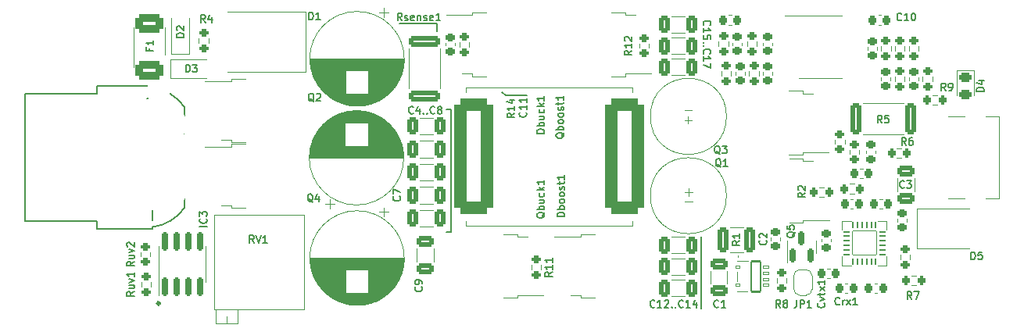
<source format=gto>
%TF.GenerationSoftware,KiCad,Pcbnew,(5.99.0-10682-g4bb4606811)*%
%TF.CreationDate,2021-08-27T09:32:20+01:00*%
%TF.ProjectId,dc-to-pd-2,64632d74-6f2d-4706-942d-322e6b696361,rev?*%
%TF.SameCoordinates,Original*%
%TF.FileFunction,Legend,Top*%
%TF.FilePolarity,Positive*%
%FSLAX46Y46*%
G04 Gerber Fmt 4.6, Leading zero omitted, Abs format (unit mm)*
G04 Created by KiCad (PCBNEW (5.99.0-10682-g4bb4606811)) date 2021-08-27 09:32:20*
%MOMM*%
%LPD*%
G01*
G04 APERTURE LIST*
G04 Aperture macros list*
%AMRoundRect*
0 Rectangle with rounded corners*
0 $1 Rounding radius*
0 $2 $3 $4 $5 $6 $7 $8 $9 X,Y pos of 4 corners*
0 Add a 4 corners polygon primitive as box body*
4,1,4,$2,$3,$4,$5,$6,$7,$8,$9,$2,$3,0*
0 Add four circle primitives for the rounded corners*
1,1,$1+$1,$2,$3*
1,1,$1+$1,$4,$5*
1,1,$1+$1,$6,$7*
1,1,$1+$1,$8,$9*
0 Add four rect primitives between the rounded corners*
20,1,$1+$1,$2,$3,$4,$5,0*
20,1,$1+$1,$4,$5,$6,$7,0*
20,1,$1+$1,$6,$7,$8,$9,0*
20,1,$1+$1,$8,$9,$2,$3,0*%
%AMFreePoly0*
4,1,23,0.500000,-0.750000,0.000000,-0.750000,0.000000,-0.747038,-0.093691,-0.741144,-0.212890,-0.702414,-0.318712,-0.635257,-0.404508,-0.543893,-0.464888,-0.434062,-0.496057,-0.312667,-0.496057,-0.250000,-0.500000,-0.250000,-0.500000,0.250000,-0.496057,0.250000,-0.496057,0.312667,-0.464888,0.434062,-0.404508,0.543893,-0.318712,0.635257,-0.212890,0.702414,-0.093691,0.741144,0.000000,0.747038,
0.000000,0.750000,0.500000,0.750000,0.500000,-0.750000,0.500000,-0.750000,$1*%
%AMFreePoly1*
4,1,21,0.000000,0.747038,0.031395,0.749013,0.154508,0.725528,0.267913,0.672164,0.364484,0.592274,0.438153,0.490877,0.484292,0.374345,0.500000,0.250000,0.500000,-0.250000,0.484292,-0.374345,0.438153,-0.490877,0.364484,-0.592274,0.267913,-0.672164,0.154508,-0.725528,0.031395,-0.749013,0.000000,-0.747038,0.000000,-0.750000,-0.500000,-0.750000,-0.500000,0.750000,0.000000,0.750000,
0.000000,0.747038,0.000000,0.747038,$1*%
%AMFreePoly2*
4,1,52,2.135355,7.464855,2.150000,7.429500,2.150000,3.175000,2.148124,3.170471,2.148343,3.170047,2.149457,3.156966,2.153880,3.144602,1.999473,0.008374,2.000000,0.000000,1.984229,-0.250666,1.937166,-0.497380,1.859553,-0.736249,1.752613,-0.963507,1.618034,-1.175571,1.457937,-1.369094,1.274848,-1.541026,1.071654,-1.688656,0.851559,-1.809654,0.618034,-1.902113,0.374763,-1.964575,
0.125581,-1.996053,-0.125581,-1.996053,-0.374763,-1.964575,-0.618034,-1.902113,-0.851559,-1.809654,-1.071654,-1.688656,-1.274848,-1.541026,-1.457937,-1.369094,-1.618034,-1.175571,-1.752613,-0.963507,-1.859553,-0.736249,-1.937166,-0.497380,-1.984229,-0.250666,-2.000000,0.000000,-1.984229,0.250666,-1.937166,0.497380,-1.859553,0.736249,-1.776167,0.913453,-1.775454,0.916957,-1.772357,0.921549,
-1.752613,0.963507,-1.618034,1.175571,-1.526061,1.286747,0.066046,3.647457,0.079502,3.656364,0.091689,3.666934,0.167860,3.692324,0.167860,7.429500,0.182505,7.464855,0.217860,7.479500,2.100000,7.479500,2.135355,7.464855,2.135355,7.464855,$1*%
%AMFreePoly3*
4,1,49,-0.199145,7.464855,-0.184500,7.429500,-0.184500,3.805567,-0.165806,3.789025,-0.162929,3.783124,-0.157457,3.779494,1.488463,1.333474,1.488806,1.331781,1.618034,1.175571,1.752613,0.963507,1.859553,0.736249,1.937166,0.497380,1.984229,0.250666,2.000000,0.000000,1.984229,-0.250666,1.937166,-0.497380,1.859553,-0.736249,1.752613,-0.963507,1.618034,-1.175571,1.457937,-1.369094,
1.274848,-1.541026,1.071654,-1.688656,0.851559,-1.809654,0.618034,-1.902113,0.374763,-1.964575,0.125581,-1.996053,-0.125581,-1.996053,-0.374763,-1.964575,-0.618034,-1.902113,-0.851559,-1.809654,-1.071654,-1.688656,-1.274848,-1.541026,-1.457937,-1.369094,-1.618034,-1.175571,-1.752613,-0.963507,-1.859553,-0.736249,-1.937166,-0.497380,-1.984229,-0.250666,-1.990503,-0.150941,-1.995069,-0.146434,
-1.995127,-0.137495,-1.998942,-0.129411,-2.157387,3.152662,-2.166640,3.175000,-2.166640,7.429500,-2.151995,7.464855,-2.116640,7.479500,-0.234500,7.479500,-0.199145,7.464855,-0.199145,7.464855,$1*%
G04 Aperture macros list end*
%ADD10C,0.300000*%
%ADD11C,0.150000*%
%ADD12C,0.153000*%
%ADD13C,0.120000*%
%ADD14C,0.200000*%
%ADD15C,0.100000*%
%ADD16RoundRect,0.225000X-0.225000X-0.250000X0.225000X-0.250000X0.225000X0.250000X-0.225000X0.250000X0*%
%ADD17C,3.800000*%
%ADD18RoundRect,0.225000X-0.250000X0.225000X-0.250000X-0.225000X0.250000X-0.225000X0.250000X0.225000X0*%
%ADD19R,6.400000X5.800000*%
%ADD20R,2.200000X1.200000*%
%ADD21R,1.780000X0.420000*%
%ADD22R,3.000000X4.200000*%
%ADD23RoundRect,0.200000X-0.275000X0.200000X-0.275000X-0.200000X0.275000X-0.200000X0.275000X0.200000X0*%
%ADD24RoundRect,0.200000X0.275000X-0.200000X0.275000X0.200000X-0.275000X0.200000X-0.275000X-0.200000X0*%
%ADD25FreePoly0,270.000000*%
%ADD26FreePoly1,270.000000*%
%ADD27RoundRect,0.250000X-0.325000X-0.650000X0.325000X-0.650000X0.325000X0.650000X-0.325000X0.650000X0*%
%ADD28R,2.500000X2.300000*%
%ADD29RoundRect,0.048000X0.072000X-0.292000X0.072000X0.292000X-0.072000X0.292000X-0.072000X-0.292000X0*%
%ADD30RoundRect,0.048000X0.292000X0.072000X-0.292000X0.072000X-0.292000X-0.072000X0.292000X-0.072000X0*%
%ADD31RoundRect,0.051300X1.298700X-1.298700X1.298700X1.298700X-1.298700X1.298700X-1.298700X-1.298700X0*%
%ADD32RoundRect,0.225000X0.225000X0.250000X-0.225000X0.250000X-0.225000X-0.250000X0.225000X-0.250000X0*%
%ADD33RoundRect,0.250000X0.650000X-0.325000X0.650000X0.325000X-0.650000X0.325000X-0.650000X-0.325000X0*%
%ADD34R,1.600000X1.600000*%
%ADD35C,1.600000*%
%ADD36RoundRect,0.200000X0.200000X0.275000X-0.200000X0.275000X-0.200000X-0.275000X0.200000X-0.275000X0*%
%ADD37RoundRect,0.225000X0.250000X-0.225000X0.250000X0.225000X-0.250000X0.225000X-0.250000X-0.225000X0*%
%ADD38RoundRect,0.250000X0.312500X1.075000X-0.312500X1.075000X-0.312500X-1.075000X0.312500X-1.075000X0*%
%ADD39RoundRect,0.150000X0.150000X-0.587500X0.150000X0.587500X-0.150000X0.587500X-0.150000X-0.587500X0*%
%ADD40R,0.900000X1.200000*%
%ADD41R,2.500000X3.300000*%
%ADD42RoundRect,0.250000X-0.650000X0.325000X-0.650000X-0.325000X0.650000X-0.325000X0.650000X0.325000X0*%
%ADD43RoundRect,0.200000X-0.200000X-0.275000X0.200000X-0.275000X0.200000X0.275000X-0.200000X0.275000X0*%
%ADD44C,1.440000*%
%ADD45C,2.200000*%
%ADD46O,2.800000X1.600000*%
%ADD47FreePoly2,90.000000*%
%ADD48FreePoly3,90.000000*%
%ADD49RoundRect,0.243750X-0.456250X0.243750X-0.456250X-0.243750X0.456250X-0.243750X0.456250X0.243750X0*%
%ADD50RoundRect,0.659850X1.415150X5.590150X-1.415150X5.590150X-1.415150X-5.590150X1.415150X-5.590150X0*%
%ADD51R,2.000000X2.000000*%
%ADD52C,2.000000*%
%ADD53RoundRect,0.250000X1.425000X-0.362500X1.425000X0.362500X-1.425000X0.362500X-1.425000X-0.362500X0*%
%ADD54RoundRect,0.150000X0.150000X-0.825000X0.150000X0.825000X-0.150000X0.825000X-0.150000X-0.825000X0*%
%ADD55RoundRect,0.050000X-0.240000X0.150000X-0.240000X-0.150000X0.240000X-0.150000X0.240000X0.150000X0*%
%ADD56RoundRect,0.050000X-0.312500X0.150000X-0.312500X-0.150000X0.312500X-0.150000X0.312500X0.150000X0*%
%ADD57RoundRect,0.099185X-0.498315X-1.650815X0.498315X-1.650815X0.498315X1.650815X-0.498315X1.650815X0*%
%ADD58RoundRect,0.250000X0.325000X0.650000X-0.325000X0.650000X-0.325000X-0.650000X0.325000X-0.650000X0*%
%ADD59C,0.600000*%
%ADD60R,1.160000X0.600000*%
%ADD61R,1.160000X0.300000*%
%ADD62O,2.000000X0.900000*%
%ADD63O,1.700000X0.900000*%
%ADD64RoundRect,0.250000X-0.362500X-1.425000X0.362500X-1.425000X0.362500X1.425000X-0.362500X1.425000X0*%
%ADD65R,1.200000X0.900000*%
%ADD66RoundRect,0.408000X-1.092000X0.592000X-1.092000X-0.592000X1.092000X-0.592000X1.092000X0.592000X0*%
G04 APERTURE END LIST*
D10*
X40441421Y-61800000D02*
G75*
G03*
X40441421Y-61800000I-141421J0D01*
G01*
D11*
X80200000Y-39300000D02*
X77900000Y-39300000D01*
X66400000Y-31500000D02*
X70500000Y-31500000D01*
X71500000Y-40800000D02*
X72000000Y-40800000D01*
X70500000Y-31500000D02*
X70500000Y-32300000D01*
X77900000Y-39300000D02*
X77500000Y-38900000D01*
X99100000Y-62400000D02*
X99100000Y-54600000D01*
X72000000Y-54100000D02*
X71500000Y-54100000D01*
X72000000Y-40800000D02*
X72000000Y-54100000D01*
D12*
X94042857Y-62185714D02*
X94004761Y-62223809D01*
X93890476Y-62261904D01*
X93814285Y-62261904D01*
X93700000Y-62223809D01*
X93623809Y-62147619D01*
X93585714Y-62071428D01*
X93547619Y-61919047D01*
X93547619Y-61804761D01*
X93585714Y-61652380D01*
X93623809Y-61576190D01*
X93700000Y-61500000D01*
X93814285Y-61461904D01*
X93890476Y-61461904D01*
X94004761Y-61500000D01*
X94042857Y-61538095D01*
X94804761Y-62261904D02*
X94347619Y-62261904D01*
X94576190Y-62261904D02*
X94576190Y-61461904D01*
X94500000Y-61576190D01*
X94423809Y-61652380D01*
X94347619Y-61690476D01*
X95109523Y-61538095D02*
X95147619Y-61500000D01*
X95223809Y-61461904D01*
X95414285Y-61461904D01*
X95490476Y-61500000D01*
X95528571Y-61538095D01*
X95566666Y-61614285D01*
X95566666Y-61690476D01*
X95528571Y-61804761D01*
X95071428Y-62261904D01*
X95566666Y-62261904D01*
X95909523Y-62185714D02*
X95947619Y-62223809D01*
X95909523Y-62261904D01*
X95871428Y-62223809D01*
X95909523Y-62185714D01*
X95909523Y-62261904D01*
X96290476Y-62185714D02*
X96328571Y-62223809D01*
X96290476Y-62261904D01*
X96252380Y-62223809D01*
X96290476Y-62185714D01*
X96290476Y-62261904D01*
X97128571Y-62185714D02*
X97090476Y-62223809D01*
X96976190Y-62261904D01*
X96900000Y-62261904D01*
X96785714Y-62223809D01*
X96709523Y-62147619D01*
X96671428Y-62071428D01*
X96633333Y-61919047D01*
X96633333Y-61804761D01*
X96671428Y-61652380D01*
X96709523Y-61576190D01*
X96785714Y-61500000D01*
X96900000Y-61461904D01*
X96976190Y-61461904D01*
X97090476Y-61500000D01*
X97128571Y-61538095D01*
X97890476Y-62261904D02*
X97433333Y-62261904D01*
X97661904Y-62261904D02*
X97661904Y-61461904D01*
X97585714Y-61576190D01*
X97509523Y-61652380D01*
X97433333Y-61690476D01*
X98576190Y-61728571D02*
X98576190Y-62261904D01*
X98385714Y-61423809D02*
X98195238Y-61995238D01*
X98690476Y-61995238D01*
X67904761Y-41185714D02*
X67866666Y-41223809D01*
X67752380Y-41261904D01*
X67676190Y-41261904D01*
X67561904Y-41223809D01*
X67485714Y-41147619D01*
X67447619Y-41071428D01*
X67409523Y-40919047D01*
X67409523Y-40804761D01*
X67447619Y-40652380D01*
X67485714Y-40576190D01*
X67561904Y-40500000D01*
X67676190Y-40461904D01*
X67752380Y-40461904D01*
X67866666Y-40500000D01*
X67904761Y-40538095D01*
X68590476Y-40728571D02*
X68590476Y-41261904D01*
X68400000Y-40423809D02*
X68209523Y-40995238D01*
X68704761Y-40995238D01*
X69009523Y-41185714D02*
X69047619Y-41223809D01*
X69009523Y-41261904D01*
X68971428Y-41223809D01*
X69009523Y-41185714D01*
X69009523Y-41261904D01*
X69390476Y-41185714D02*
X69428571Y-41223809D01*
X69390476Y-41261904D01*
X69352380Y-41223809D01*
X69390476Y-41185714D01*
X69390476Y-41261904D01*
X70228571Y-41185714D02*
X70190476Y-41223809D01*
X70076190Y-41261904D01*
X70000000Y-41261904D01*
X69885714Y-41223809D01*
X69809523Y-41147619D01*
X69771428Y-41071428D01*
X69733333Y-40919047D01*
X69733333Y-40804761D01*
X69771428Y-40652380D01*
X69809523Y-40576190D01*
X69885714Y-40500000D01*
X70000000Y-40461904D01*
X70076190Y-40461904D01*
X70190476Y-40500000D01*
X70228571Y-40538095D01*
X70685714Y-40804761D02*
X70609523Y-40766666D01*
X70571428Y-40728571D01*
X70533333Y-40652380D01*
X70533333Y-40614285D01*
X70571428Y-40538095D01*
X70609523Y-40500000D01*
X70685714Y-40461904D01*
X70838095Y-40461904D01*
X70914285Y-40500000D01*
X70952380Y-40538095D01*
X70990476Y-40614285D01*
X70990476Y-40652380D01*
X70952380Y-40728571D01*
X70914285Y-40766666D01*
X70838095Y-40804761D01*
X70685714Y-40804761D01*
X70609523Y-40842857D01*
X70571428Y-40880952D01*
X70533333Y-40957142D01*
X70533333Y-41109523D01*
X70571428Y-41185714D01*
X70609523Y-41223809D01*
X70685714Y-41261904D01*
X70838095Y-41261904D01*
X70914285Y-41223809D01*
X70952380Y-41185714D01*
X70990476Y-41109523D01*
X70990476Y-40957142D01*
X70952380Y-40880952D01*
X70914285Y-40842857D01*
X70838095Y-40804761D01*
X99374285Y-31682857D02*
X99336190Y-31644761D01*
X99298095Y-31530476D01*
X99298095Y-31454285D01*
X99336190Y-31340000D01*
X99412380Y-31263809D01*
X99488571Y-31225714D01*
X99640952Y-31187619D01*
X99755238Y-31187619D01*
X99907619Y-31225714D01*
X99983809Y-31263809D01*
X100060000Y-31340000D01*
X100098095Y-31454285D01*
X100098095Y-31530476D01*
X100060000Y-31644761D01*
X100021904Y-31682857D01*
X99298095Y-32444761D02*
X99298095Y-31987619D01*
X99298095Y-32216190D02*
X100098095Y-32216190D01*
X99983809Y-32140000D01*
X99907619Y-32063809D01*
X99869523Y-31987619D01*
X100098095Y-33168571D02*
X100098095Y-32787619D01*
X99717142Y-32749523D01*
X99755238Y-32787619D01*
X99793333Y-32863809D01*
X99793333Y-33054285D01*
X99755238Y-33130476D01*
X99717142Y-33168571D01*
X99640952Y-33206666D01*
X99450476Y-33206666D01*
X99374285Y-33168571D01*
X99336190Y-33130476D01*
X99298095Y-33054285D01*
X99298095Y-32863809D01*
X99336190Y-32787619D01*
X99374285Y-32749523D01*
X99374285Y-33549523D02*
X99336190Y-33587619D01*
X99298095Y-33549523D01*
X99336190Y-33511428D01*
X99374285Y-33549523D01*
X99298095Y-33549523D01*
X99374285Y-33930476D02*
X99336190Y-33968571D01*
X99298095Y-33930476D01*
X99336190Y-33892380D01*
X99374285Y-33930476D01*
X99298095Y-33930476D01*
X99374285Y-34768571D02*
X99336190Y-34730476D01*
X99298095Y-34616190D01*
X99298095Y-34540000D01*
X99336190Y-34425714D01*
X99412380Y-34349523D01*
X99488571Y-34311428D01*
X99640952Y-34273333D01*
X99755238Y-34273333D01*
X99907619Y-34311428D01*
X99983809Y-34349523D01*
X100060000Y-34425714D01*
X100098095Y-34540000D01*
X100098095Y-34616190D01*
X100060000Y-34730476D01*
X100021904Y-34768571D01*
X99298095Y-35530476D02*
X99298095Y-35073333D01*
X99298095Y-35301904D02*
X100098095Y-35301904D01*
X99983809Y-35225714D01*
X99907619Y-35149523D01*
X99869523Y-35073333D01*
X100098095Y-35797142D02*
X100098095Y-36330476D01*
X99298095Y-35987619D01*
%TO.C,Dboost1*%
X84261904Y-52428571D02*
X83461904Y-52428571D01*
X83461904Y-52238095D01*
X83500000Y-52123809D01*
X83576190Y-52047619D01*
X83652380Y-52009523D01*
X83804761Y-51971428D01*
X83919047Y-51971428D01*
X84071428Y-52009523D01*
X84147619Y-52047619D01*
X84223809Y-52123809D01*
X84261904Y-52238095D01*
X84261904Y-52428571D01*
X84261904Y-51628571D02*
X83461904Y-51628571D01*
X83766666Y-51628571D02*
X83728571Y-51552380D01*
X83728571Y-51400000D01*
X83766666Y-51323809D01*
X83804761Y-51285714D01*
X83880952Y-51247619D01*
X84109523Y-51247619D01*
X84185714Y-51285714D01*
X84223809Y-51323809D01*
X84261904Y-51400000D01*
X84261904Y-51552380D01*
X84223809Y-51628571D01*
X84261904Y-50790476D02*
X84223809Y-50866666D01*
X84185714Y-50904761D01*
X84109523Y-50942857D01*
X83880952Y-50942857D01*
X83804761Y-50904761D01*
X83766666Y-50866666D01*
X83728571Y-50790476D01*
X83728571Y-50676190D01*
X83766666Y-50600000D01*
X83804761Y-50561904D01*
X83880952Y-50523809D01*
X84109523Y-50523809D01*
X84185714Y-50561904D01*
X84223809Y-50600000D01*
X84261904Y-50676190D01*
X84261904Y-50790476D01*
X84261904Y-50066666D02*
X84223809Y-50142857D01*
X84185714Y-50180952D01*
X84109523Y-50219047D01*
X83880952Y-50219047D01*
X83804761Y-50180952D01*
X83766666Y-50142857D01*
X83728571Y-50066666D01*
X83728571Y-49952380D01*
X83766666Y-49876190D01*
X83804761Y-49838095D01*
X83880952Y-49800000D01*
X84109523Y-49800000D01*
X84185714Y-49838095D01*
X84223809Y-49876190D01*
X84261904Y-49952380D01*
X84261904Y-50066666D01*
X84223809Y-49495238D02*
X84261904Y-49419047D01*
X84261904Y-49266666D01*
X84223809Y-49190476D01*
X84147619Y-49152380D01*
X84109523Y-49152380D01*
X84033333Y-49190476D01*
X83995238Y-49266666D01*
X83995238Y-49380952D01*
X83957142Y-49457142D01*
X83880952Y-49495238D01*
X83842857Y-49495238D01*
X83766666Y-49457142D01*
X83728571Y-49380952D01*
X83728571Y-49266666D01*
X83766666Y-49190476D01*
X83728571Y-48923809D02*
X83728571Y-48619047D01*
X83461904Y-48809523D02*
X84147619Y-48809523D01*
X84223809Y-48771428D01*
X84261904Y-48695238D01*
X84261904Y-48619047D01*
X84261904Y-47933333D02*
X84261904Y-48390476D01*
X84261904Y-48161904D02*
X83461904Y-48161904D01*
X83576190Y-48238095D01*
X83652380Y-48314285D01*
X83690476Y-48390476D01*
%TO.C,Q4*%
X57023809Y-50838095D02*
X56947619Y-50800000D01*
X56871428Y-50723809D01*
X56757142Y-50609523D01*
X56680952Y-50571428D01*
X56604761Y-50571428D01*
X56642857Y-50761904D02*
X56566666Y-50723809D01*
X56490476Y-50647619D01*
X56452380Y-50495238D01*
X56452380Y-50228571D01*
X56490476Y-50076190D01*
X56566666Y-50000000D01*
X56642857Y-49961904D01*
X56795238Y-49961904D01*
X56871428Y-50000000D01*
X56947619Y-50076190D01*
X56985714Y-50228571D01*
X56985714Y-50495238D01*
X56947619Y-50647619D01*
X56871428Y-50723809D01*
X56795238Y-50761904D01*
X56642857Y-50761904D01*
X57671428Y-50228571D02*
X57671428Y-50761904D01*
X57480952Y-49923809D02*
X57290476Y-50495238D01*
X57785714Y-50495238D01*
%TO.C,Q2*%
X57123809Y-39938095D02*
X57047619Y-39900000D01*
X56971428Y-39823809D01*
X56857142Y-39709523D01*
X56780952Y-39671428D01*
X56704761Y-39671428D01*
X56742857Y-39861904D02*
X56666666Y-39823809D01*
X56590476Y-39747619D01*
X56552380Y-39595238D01*
X56552380Y-39328571D01*
X56590476Y-39176190D01*
X56666666Y-39100000D01*
X56742857Y-39061904D01*
X56895238Y-39061904D01*
X56971428Y-39100000D01*
X57047619Y-39176190D01*
X57085714Y-39328571D01*
X57085714Y-39595238D01*
X57047619Y-39747619D01*
X56971428Y-39823809D01*
X56895238Y-39861904D01*
X56742857Y-39861904D01*
X57390476Y-39138095D02*
X57428571Y-39100000D01*
X57504761Y-39061904D01*
X57695238Y-39061904D01*
X57771428Y-39100000D01*
X57809523Y-39138095D01*
X57847619Y-39214285D01*
X57847619Y-39290476D01*
X57809523Y-39404761D01*
X57352380Y-39861904D01*
X57847619Y-39861904D01*
%TO.C,Ruv1*%
X37661904Y-60550000D02*
X37280952Y-60816666D01*
X37661904Y-61007142D02*
X36861904Y-61007142D01*
X36861904Y-60702380D01*
X36900000Y-60626190D01*
X36938095Y-60588095D01*
X37014285Y-60550000D01*
X37128571Y-60550000D01*
X37204761Y-60588095D01*
X37242857Y-60626190D01*
X37280952Y-60702380D01*
X37280952Y-61007142D01*
X37128571Y-59864285D02*
X37661904Y-59864285D01*
X37128571Y-60207142D02*
X37547619Y-60207142D01*
X37623809Y-60169047D01*
X37661904Y-60092857D01*
X37661904Y-59978571D01*
X37623809Y-59902380D01*
X37585714Y-59864285D01*
X37128571Y-59559523D02*
X37661904Y-59369047D01*
X37128571Y-59178571D01*
X37661904Y-58454761D02*
X37661904Y-58911904D01*
X37661904Y-58683333D02*
X36861904Y-58683333D01*
X36976190Y-58759523D01*
X37052380Y-58835714D01*
X37090476Y-58911904D01*
%TO.C,JP1*%
X109433333Y-61461904D02*
X109433333Y-62033333D01*
X109395238Y-62147619D01*
X109319047Y-62223809D01*
X109204761Y-62261904D01*
X109128571Y-62261904D01*
X109814285Y-62261904D02*
X109814285Y-61461904D01*
X110119047Y-61461904D01*
X110195238Y-61500000D01*
X110233333Y-61538095D01*
X110271428Y-61614285D01*
X110271428Y-61728571D01*
X110233333Y-61804761D01*
X110195238Y-61842857D01*
X110119047Y-61880952D01*
X109814285Y-61880952D01*
X111033333Y-62261904D02*
X110576190Y-62261904D01*
X110804761Y-62261904D02*
X110804761Y-61461904D01*
X110728571Y-61576190D01*
X110652380Y-61652380D01*
X110576190Y-61690476D01*
%TO.C,D5*%
X128309523Y-57061904D02*
X128309523Y-56261904D01*
X128500000Y-56261904D01*
X128614285Y-56300000D01*
X128690476Y-56376190D01*
X128728571Y-56452380D01*
X128766666Y-56604761D01*
X128766666Y-56719047D01*
X128728571Y-56871428D01*
X128690476Y-56947619D01*
X128614285Y-57023809D01*
X128500000Y-57061904D01*
X128309523Y-57061904D01*
X129490476Y-56261904D02*
X129109523Y-56261904D01*
X129071428Y-56642857D01*
X129109523Y-56604761D01*
X129185714Y-56566666D01*
X129376190Y-56566666D01*
X129452380Y-56604761D01*
X129490476Y-56642857D01*
X129528571Y-56719047D01*
X129528571Y-56909523D01*
X129490476Y-56985714D01*
X129452380Y-57023809D01*
X129376190Y-57061904D01*
X129185714Y-57061904D01*
X129109523Y-57023809D01*
X129071428Y-56985714D01*
%TO.C,Q1*%
X101223809Y-47038095D02*
X101147619Y-47000000D01*
X101071428Y-46923809D01*
X100957142Y-46809523D01*
X100880952Y-46771428D01*
X100804761Y-46771428D01*
X100842857Y-46961904D02*
X100766666Y-46923809D01*
X100690476Y-46847619D01*
X100652380Y-46695238D01*
X100652380Y-46428571D01*
X100690476Y-46276190D01*
X100766666Y-46200000D01*
X100842857Y-46161904D01*
X100995238Y-46161904D01*
X101071428Y-46200000D01*
X101147619Y-46276190D01*
X101185714Y-46428571D01*
X101185714Y-46695238D01*
X101147619Y-46847619D01*
X101071428Y-46923809D01*
X100995238Y-46961904D01*
X100842857Y-46961904D01*
X101947619Y-46961904D02*
X101490476Y-46961904D01*
X101719047Y-46961904D02*
X101719047Y-46161904D01*
X101642857Y-46276190D01*
X101566666Y-46352380D01*
X101490476Y-46390476D01*
%TO.C,Cvtx1*%
X112385714Y-61790476D02*
X112423809Y-61828571D01*
X112461904Y-61942857D01*
X112461904Y-62019047D01*
X112423809Y-62133333D01*
X112347619Y-62209523D01*
X112271428Y-62247619D01*
X112119047Y-62285714D01*
X112004761Y-62285714D01*
X111852380Y-62247619D01*
X111776190Y-62209523D01*
X111700000Y-62133333D01*
X111661904Y-62019047D01*
X111661904Y-61942857D01*
X111700000Y-61828571D01*
X111738095Y-61790476D01*
X111928571Y-61523809D02*
X112461904Y-61333333D01*
X111928571Y-61142857D01*
X111928571Y-60952380D02*
X111928571Y-60647619D01*
X111661904Y-60838095D02*
X112347619Y-60838095D01*
X112423809Y-60800000D01*
X112461904Y-60723809D01*
X112461904Y-60647619D01*
X112461904Y-60457142D02*
X111928571Y-60038095D01*
X111928571Y-60457142D02*
X112461904Y-60038095D01*
X112461904Y-59314285D02*
X112461904Y-59771428D01*
X112461904Y-59542857D02*
X111661904Y-59542857D01*
X111776190Y-59619047D01*
X111852380Y-59695238D01*
X111890476Y-59771428D01*
%TO.C,C9*%
X68785714Y-60033333D02*
X68823809Y-60071428D01*
X68861904Y-60185714D01*
X68861904Y-60261904D01*
X68823809Y-60376190D01*
X68747619Y-60452380D01*
X68671428Y-60490476D01*
X68519047Y-60528571D01*
X68404761Y-60528571D01*
X68252380Y-60490476D01*
X68176190Y-60452380D01*
X68100000Y-60376190D01*
X68061904Y-60261904D01*
X68061904Y-60185714D01*
X68100000Y-60071428D01*
X68138095Y-60033333D01*
X68861904Y-59652380D02*
X68861904Y-59500000D01*
X68823809Y-59423809D01*
X68785714Y-59385714D01*
X68671428Y-59309523D01*
X68519047Y-59271428D01*
X68214285Y-59271428D01*
X68138095Y-59309523D01*
X68100000Y-59347619D01*
X68061904Y-59423809D01*
X68061904Y-59576190D01*
X68100000Y-59652380D01*
X68138095Y-59690476D01*
X68214285Y-59728571D01*
X68404761Y-59728571D01*
X68480952Y-59690476D01*
X68519047Y-59652380D01*
X68557142Y-59576190D01*
X68557142Y-59423809D01*
X68519047Y-59347619D01*
X68480952Y-59309523D01*
X68404761Y-59271428D01*
%TO.C,R6*%
X121266666Y-44661904D02*
X121000000Y-44280952D01*
X120809523Y-44661904D02*
X120809523Y-43861904D01*
X121114285Y-43861904D01*
X121190476Y-43900000D01*
X121228571Y-43938095D01*
X121266666Y-44014285D01*
X121266666Y-44128571D01*
X121228571Y-44204761D01*
X121190476Y-44242857D01*
X121114285Y-44280952D01*
X120809523Y-44280952D01*
X121952380Y-43861904D02*
X121800000Y-43861904D01*
X121723809Y-43900000D01*
X121685714Y-43938095D01*
X121609523Y-44052380D01*
X121571428Y-44204761D01*
X121571428Y-44509523D01*
X121609523Y-44585714D01*
X121647619Y-44623809D01*
X121723809Y-44661904D01*
X121876190Y-44661904D01*
X121952380Y-44623809D01*
X121990476Y-44585714D01*
X122028571Y-44509523D01*
X122028571Y-44319047D01*
X121990476Y-44242857D01*
X121952380Y-44204761D01*
X121876190Y-44166666D01*
X121723809Y-44166666D01*
X121647619Y-44204761D01*
X121609523Y-44242857D01*
X121571428Y-44319047D01*
%TO.C,C2*%
X106085714Y-54983333D02*
X106123809Y-55021428D01*
X106161904Y-55135714D01*
X106161904Y-55211904D01*
X106123809Y-55326190D01*
X106047619Y-55402380D01*
X105971428Y-55440476D01*
X105819047Y-55478571D01*
X105704761Y-55478571D01*
X105552380Y-55440476D01*
X105476190Y-55402380D01*
X105400000Y-55326190D01*
X105361904Y-55211904D01*
X105361904Y-55135714D01*
X105400000Y-55021428D01*
X105438095Y-54983333D01*
X105438095Y-54678571D02*
X105400000Y-54640476D01*
X105361904Y-54564285D01*
X105361904Y-54373809D01*
X105400000Y-54297619D01*
X105438095Y-54259523D01*
X105514285Y-54221428D01*
X105590476Y-54221428D01*
X105704761Y-54259523D01*
X106161904Y-54716666D01*
X106161904Y-54221428D01*
%TO.C,R1*%
X103261904Y-55033333D02*
X102880952Y-55300000D01*
X103261904Y-55490476D02*
X102461904Y-55490476D01*
X102461904Y-55185714D01*
X102500000Y-55109523D01*
X102538095Y-55071428D01*
X102614285Y-55033333D01*
X102728571Y-55033333D01*
X102804761Y-55071428D01*
X102842857Y-55109523D01*
X102880952Y-55185714D01*
X102880952Y-55490476D01*
X103261904Y-54271428D02*
X103261904Y-54728571D01*
X103261904Y-54500000D02*
X102461904Y-54500000D01*
X102576190Y-54576190D01*
X102652380Y-54652380D01*
X102690476Y-54728571D01*
%TO.C,Qbuck1*%
X82138095Y-51966666D02*
X82100000Y-52042857D01*
X82023809Y-52119047D01*
X81909523Y-52233333D01*
X81871428Y-52309523D01*
X81871428Y-52385714D01*
X82061904Y-52347619D02*
X82023809Y-52423809D01*
X81947619Y-52500000D01*
X81795238Y-52538095D01*
X81528571Y-52538095D01*
X81376190Y-52500000D01*
X81300000Y-52423809D01*
X81261904Y-52347619D01*
X81261904Y-52195238D01*
X81300000Y-52119047D01*
X81376190Y-52042857D01*
X81528571Y-52004761D01*
X81795238Y-52004761D01*
X81947619Y-52042857D01*
X82023809Y-52119047D01*
X82061904Y-52195238D01*
X82061904Y-52347619D01*
X82061904Y-51661904D02*
X81261904Y-51661904D01*
X81566666Y-51661904D02*
X81528571Y-51585714D01*
X81528571Y-51433333D01*
X81566666Y-51357142D01*
X81604761Y-51319047D01*
X81680952Y-51280952D01*
X81909523Y-51280952D01*
X81985714Y-51319047D01*
X82023809Y-51357142D01*
X82061904Y-51433333D01*
X82061904Y-51585714D01*
X82023809Y-51661904D01*
X81528571Y-50595238D02*
X82061904Y-50595238D01*
X81528571Y-50938095D02*
X81947619Y-50938095D01*
X82023809Y-50900000D01*
X82061904Y-50823809D01*
X82061904Y-50709523D01*
X82023809Y-50633333D01*
X81985714Y-50595238D01*
X82023809Y-49871428D02*
X82061904Y-49947619D01*
X82061904Y-50100000D01*
X82023809Y-50176190D01*
X81985714Y-50214285D01*
X81909523Y-50252380D01*
X81680952Y-50252380D01*
X81604761Y-50214285D01*
X81566666Y-50176190D01*
X81528571Y-50100000D01*
X81528571Y-49947619D01*
X81566666Y-49871428D01*
X82061904Y-49528571D02*
X81261904Y-49528571D01*
X81757142Y-49452380D02*
X82061904Y-49223809D01*
X81528571Y-49223809D02*
X81833333Y-49528571D01*
X82061904Y-48461904D02*
X82061904Y-48919047D01*
X82061904Y-48690476D02*
X81261904Y-48690476D01*
X81376190Y-48766666D01*
X81452380Y-48842857D01*
X81490476Y-48919047D01*
%TO.C,Q5*%
X109238095Y-54076190D02*
X109200000Y-54152380D01*
X109123809Y-54228571D01*
X109009523Y-54342857D01*
X108971428Y-54419047D01*
X108971428Y-54495238D01*
X109161904Y-54457142D02*
X109123809Y-54533333D01*
X109047619Y-54609523D01*
X108895238Y-54647619D01*
X108628571Y-54647619D01*
X108476190Y-54609523D01*
X108400000Y-54533333D01*
X108361904Y-54457142D01*
X108361904Y-54304761D01*
X108400000Y-54228571D01*
X108476190Y-54152380D01*
X108628571Y-54114285D01*
X108895238Y-54114285D01*
X109047619Y-54152380D01*
X109123809Y-54228571D01*
X109161904Y-54304761D01*
X109161904Y-54457142D01*
X108361904Y-53390476D02*
X108361904Y-53771428D01*
X108742857Y-53809523D01*
X108704761Y-53771428D01*
X108666666Y-53695238D01*
X108666666Y-53504761D01*
X108704761Y-53428571D01*
X108742857Y-53390476D01*
X108819047Y-53352380D01*
X109009523Y-53352380D01*
X109085714Y-53390476D01*
X109123809Y-53428571D01*
X109161904Y-53504761D01*
X109161904Y-53695238D01*
X109123809Y-53771428D01*
X109085714Y-53809523D01*
%TO.C,D3*%
X43259523Y-36761904D02*
X43259523Y-35961904D01*
X43450000Y-35961904D01*
X43564285Y-36000000D01*
X43640476Y-36076190D01*
X43678571Y-36152380D01*
X43716666Y-36304761D01*
X43716666Y-36419047D01*
X43678571Y-36571428D01*
X43640476Y-36647619D01*
X43564285Y-36723809D01*
X43450000Y-36761904D01*
X43259523Y-36761904D01*
X43983333Y-35961904D02*
X44478571Y-35961904D01*
X44211904Y-36266666D01*
X44326190Y-36266666D01*
X44402380Y-36304761D01*
X44440476Y-36342857D01*
X44478571Y-36419047D01*
X44478571Y-36609523D01*
X44440476Y-36685714D01*
X44402380Y-36723809D01*
X44326190Y-36761904D01*
X44097619Y-36761904D01*
X44021428Y-36723809D01*
X43983333Y-36685714D01*
%TO.C,D1*%
X56609523Y-31061904D02*
X56609523Y-30261904D01*
X56800000Y-30261904D01*
X56914285Y-30300000D01*
X56990476Y-30376190D01*
X57028571Y-30452380D01*
X57066666Y-30604761D01*
X57066666Y-30719047D01*
X57028571Y-30871428D01*
X56990476Y-30947619D01*
X56914285Y-31023809D01*
X56800000Y-31061904D01*
X56609523Y-31061904D01*
X57828571Y-31061904D02*
X57371428Y-31061904D01*
X57600000Y-31061904D02*
X57600000Y-30261904D01*
X57523809Y-30376190D01*
X57447619Y-30452380D01*
X57371428Y-30490476D01*
%TO.C,Crx1*%
X114095238Y-61915714D02*
X114057142Y-61953809D01*
X113942857Y-61991904D01*
X113866666Y-61991904D01*
X113752380Y-61953809D01*
X113676190Y-61877619D01*
X113638095Y-61801428D01*
X113600000Y-61649047D01*
X113600000Y-61534761D01*
X113638095Y-61382380D01*
X113676190Y-61306190D01*
X113752380Y-61230000D01*
X113866666Y-61191904D01*
X113942857Y-61191904D01*
X114057142Y-61230000D01*
X114095238Y-61268095D01*
X114438095Y-61991904D02*
X114438095Y-61458571D01*
X114438095Y-61610952D02*
X114476190Y-61534761D01*
X114514285Y-61496666D01*
X114590476Y-61458571D01*
X114666666Y-61458571D01*
X114857142Y-61991904D02*
X115276190Y-61458571D01*
X114857142Y-61458571D02*
X115276190Y-61991904D01*
X116000000Y-61991904D02*
X115542857Y-61991904D01*
X115771428Y-61991904D02*
X115771428Y-61191904D01*
X115695238Y-61306190D01*
X115619047Y-61382380D01*
X115542857Y-61420476D01*
%TO.C,C1*%
X100966666Y-62185714D02*
X100928571Y-62223809D01*
X100814285Y-62261904D01*
X100738095Y-62261904D01*
X100623809Y-62223809D01*
X100547619Y-62147619D01*
X100509523Y-62071428D01*
X100471428Y-61919047D01*
X100471428Y-61804761D01*
X100509523Y-61652380D01*
X100547619Y-61576190D01*
X100623809Y-61500000D01*
X100738095Y-61461904D01*
X100814285Y-61461904D01*
X100928571Y-61500000D01*
X100966666Y-61538095D01*
X101728571Y-62261904D02*
X101271428Y-62261904D01*
X101500000Y-62261904D02*
X101500000Y-61461904D01*
X101423809Y-61576190D01*
X101347619Y-61652380D01*
X101271428Y-61690476D01*
%TO.C,R4*%
X45366666Y-31361904D02*
X45100000Y-30980952D01*
X44909523Y-31361904D02*
X44909523Y-30561904D01*
X45214285Y-30561904D01*
X45290476Y-30600000D01*
X45328571Y-30638095D01*
X45366666Y-30714285D01*
X45366666Y-30828571D01*
X45328571Y-30904761D01*
X45290476Y-30942857D01*
X45214285Y-30980952D01*
X44909523Y-30980952D01*
X46052380Y-30828571D02*
X46052380Y-31361904D01*
X45861904Y-30523809D02*
X45671428Y-31095238D01*
X46166666Y-31095238D01*
%TO.C,C3*%
X121066666Y-49235714D02*
X121028571Y-49273809D01*
X120914285Y-49311904D01*
X120838095Y-49311904D01*
X120723809Y-49273809D01*
X120647619Y-49197619D01*
X120609523Y-49121428D01*
X120571428Y-48969047D01*
X120571428Y-48854761D01*
X120609523Y-48702380D01*
X120647619Y-48626190D01*
X120723809Y-48550000D01*
X120838095Y-48511904D01*
X120914285Y-48511904D01*
X121028571Y-48550000D01*
X121066666Y-48588095D01*
X121333333Y-48511904D02*
X121828571Y-48511904D01*
X121561904Y-48816666D01*
X121676190Y-48816666D01*
X121752380Y-48854761D01*
X121790476Y-48892857D01*
X121828571Y-48969047D01*
X121828571Y-49159523D01*
X121790476Y-49235714D01*
X121752380Y-49273809D01*
X121676190Y-49311904D01*
X121447619Y-49311904D01*
X121371428Y-49273809D01*
X121333333Y-49235714D01*
%TO.C,RV1*%
X50623809Y-55261904D02*
X50357142Y-54880952D01*
X50166666Y-55261904D02*
X50166666Y-54461904D01*
X50471428Y-54461904D01*
X50547619Y-54500000D01*
X50585714Y-54538095D01*
X50623809Y-54614285D01*
X50623809Y-54728571D01*
X50585714Y-54804761D01*
X50547619Y-54842857D01*
X50471428Y-54880952D01*
X50166666Y-54880952D01*
X50852380Y-54461904D02*
X51119047Y-55261904D01*
X51385714Y-54461904D01*
X52071428Y-55261904D02*
X51614285Y-55261904D01*
X51842857Y-55261904D02*
X51842857Y-54461904D01*
X51766666Y-54576190D01*
X51690476Y-54652380D01*
X51614285Y-54690476D01*
%TO.C,R7*%
X121866666Y-61361904D02*
X121600000Y-60980952D01*
X121409523Y-61361904D02*
X121409523Y-60561904D01*
X121714285Y-60561904D01*
X121790476Y-60600000D01*
X121828571Y-60638095D01*
X121866666Y-60714285D01*
X121866666Y-60828571D01*
X121828571Y-60904761D01*
X121790476Y-60942857D01*
X121714285Y-60980952D01*
X121409523Y-60980952D01*
X122133333Y-60561904D02*
X122666666Y-60561904D01*
X122323809Y-61361904D01*
%TO.C,R14*%
X78861904Y-41214285D02*
X78480952Y-41480952D01*
X78861904Y-41671428D02*
X78061904Y-41671428D01*
X78061904Y-41366666D01*
X78100000Y-41290476D01*
X78138095Y-41252380D01*
X78214285Y-41214285D01*
X78328571Y-41214285D01*
X78404761Y-41252380D01*
X78442857Y-41290476D01*
X78480952Y-41366666D01*
X78480952Y-41671428D01*
X78861904Y-40452380D02*
X78861904Y-40909523D01*
X78861904Y-40680952D02*
X78061904Y-40680952D01*
X78176190Y-40757142D01*
X78252380Y-40833333D01*
X78290476Y-40909523D01*
X78328571Y-39766666D02*
X78861904Y-39766666D01*
X78023809Y-39957142D02*
X78595238Y-40147619D01*
X78595238Y-39652380D01*
%TO.C,R8*%
X107666666Y-62261904D02*
X107400000Y-61880952D01*
X107209523Y-62261904D02*
X107209523Y-61461904D01*
X107514285Y-61461904D01*
X107590476Y-61500000D01*
X107628571Y-61538095D01*
X107666666Y-61614285D01*
X107666666Y-61728571D01*
X107628571Y-61804761D01*
X107590476Y-61842857D01*
X107514285Y-61880952D01*
X107209523Y-61880952D01*
X108123809Y-61804761D02*
X108047619Y-61766666D01*
X108009523Y-61728571D01*
X107971428Y-61652380D01*
X107971428Y-61614285D01*
X108009523Y-61538095D01*
X108047619Y-61500000D01*
X108123809Y-61461904D01*
X108276190Y-61461904D01*
X108352380Y-61500000D01*
X108390476Y-61538095D01*
X108428571Y-61614285D01*
X108428571Y-61652380D01*
X108390476Y-61728571D01*
X108352380Y-61766666D01*
X108276190Y-61804761D01*
X108123809Y-61804761D01*
X108047619Y-61842857D01*
X108009523Y-61880952D01*
X107971428Y-61957142D01*
X107971428Y-62109523D01*
X108009523Y-62185714D01*
X108047619Y-62223809D01*
X108123809Y-62261904D01*
X108276190Y-62261904D01*
X108352380Y-62223809D01*
X108390476Y-62185714D01*
X108428571Y-62109523D01*
X108428571Y-61957142D01*
X108390476Y-61880952D01*
X108352380Y-61842857D01*
X108276190Y-61804761D01*
%TO.C,D4*%
X129711904Y-38840476D02*
X128911904Y-38840476D01*
X128911904Y-38650000D01*
X128950000Y-38535714D01*
X129026190Y-38459523D01*
X129102380Y-38421428D01*
X129254761Y-38383333D01*
X129369047Y-38383333D01*
X129521428Y-38421428D01*
X129597619Y-38459523D01*
X129673809Y-38535714D01*
X129711904Y-38650000D01*
X129711904Y-38840476D01*
X129178571Y-37697619D02*
X129711904Y-37697619D01*
X128873809Y-37888095D02*
X129445238Y-38078571D01*
X129445238Y-37583333D01*
%TO.C,R9*%
X125566666Y-38761904D02*
X125300000Y-38380952D01*
X125109523Y-38761904D02*
X125109523Y-37961904D01*
X125414285Y-37961904D01*
X125490476Y-38000000D01*
X125528571Y-38038095D01*
X125566666Y-38114285D01*
X125566666Y-38228571D01*
X125528571Y-38304761D01*
X125490476Y-38342857D01*
X125414285Y-38380952D01*
X125109523Y-38380952D01*
X125947619Y-38761904D02*
X126100000Y-38761904D01*
X126176190Y-38723809D01*
X126214285Y-38685714D01*
X126290476Y-38571428D01*
X126328571Y-38419047D01*
X126328571Y-38114285D01*
X126290476Y-38038095D01*
X126252380Y-38000000D01*
X126176190Y-37961904D01*
X126023809Y-37961904D01*
X125947619Y-38000000D01*
X125909523Y-38038095D01*
X125871428Y-38114285D01*
X125871428Y-38304761D01*
X125909523Y-38380952D01*
X125947619Y-38419047D01*
X126023809Y-38457142D01*
X126176190Y-38457142D01*
X126252380Y-38419047D01*
X126290476Y-38380952D01*
X126328571Y-38304761D01*
%TO.C,C11*%
X80085714Y-41114285D02*
X80123809Y-41152380D01*
X80161904Y-41266666D01*
X80161904Y-41342857D01*
X80123809Y-41457142D01*
X80047619Y-41533333D01*
X79971428Y-41571428D01*
X79819047Y-41609523D01*
X79704761Y-41609523D01*
X79552380Y-41571428D01*
X79476190Y-41533333D01*
X79400000Y-41457142D01*
X79361904Y-41342857D01*
X79361904Y-41266666D01*
X79400000Y-41152380D01*
X79438095Y-41114285D01*
X80161904Y-40352380D02*
X80161904Y-40809523D01*
X80161904Y-40580952D02*
X79361904Y-40580952D01*
X79476190Y-40657142D01*
X79552380Y-40733333D01*
X79590476Y-40809523D01*
X80161904Y-39590476D02*
X80161904Y-40047619D01*
X80161904Y-39819047D02*
X79361904Y-39819047D01*
X79476190Y-39895238D01*
X79552380Y-39971428D01*
X79590476Y-40047619D01*
%TO.C,C7*%
X66435714Y-50233333D02*
X66473809Y-50271428D01*
X66511904Y-50385714D01*
X66511904Y-50461904D01*
X66473809Y-50576190D01*
X66397619Y-50652380D01*
X66321428Y-50690476D01*
X66169047Y-50728571D01*
X66054761Y-50728571D01*
X65902380Y-50690476D01*
X65826190Y-50652380D01*
X65750000Y-50576190D01*
X65711904Y-50461904D01*
X65711904Y-50385714D01*
X65750000Y-50271428D01*
X65788095Y-50233333D01*
X65711904Y-49966666D02*
X65711904Y-49433333D01*
X66511904Y-49776190D01*
%TO.C,R2*%
X110361904Y-49833333D02*
X109980952Y-50100000D01*
X110361904Y-50290476D02*
X109561904Y-50290476D01*
X109561904Y-49985714D01*
X109600000Y-49909523D01*
X109638095Y-49871428D01*
X109714285Y-49833333D01*
X109828571Y-49833333D01*
X109904761Y-49871428D01*
X109942857Y-49909523D01*
X109980952Y-49985714D01*
X109980952Y-50290476D01*
X109638095Y-49528571D02*
X109600000Y-49490476D01*
X109561904Y-49414285D01*
X109561904Y-49223809D01*
X109600000Y-49147619D01*
X109638095Y-49109523D01*
X109714285Y-49071428D01*
X109790476Y-49071428D01*
X109904761Y-49109523D01*
X110361904Y-49566666D01*
X110361904Y-49071428D01*
%TO.C,Rsense1*%
X66671428Y-31161904D02*
X66404761Y-30780952D01*
X66214285Y-31161904D02*
X66214285Y-30361904D01*
X66519047Y-30361904D01*
X66595238Y-30400000D01*
X66633333Y-30438095D01*
X66671428Y-30514285D01*
X66671428Y-30628571D01*
X66633333Y-30704761D01*
X66595238Y-30742857D01*
X66519047Y-30780952D01*
X66214285Y-30780952D01*
X66976190Y-31123809D02*
X67052380Y-31161904D01*
X67204761Y-31161904D01*
X67280952Y-31123809D01*
X67319047Y-31047619D01*
X67319047Y-31009523D01*
X67280952Y-30933333D01*
X67204761Y-30895238D01*
X67090476Y-30895238D01*
X67014285Y-30857142D01*
X66976190Y-30780952D01*
X66976190Y-30742857D01*
X67014285Y-30666666D01*
X67090476Y-30628571D01*
X67204761Y-30628571D01*
X67280952Y-30666666D01*
X67966666Y-31123809D02*
X67890476Y-31161904D01*
X67738095Y-31161904D01*
X67661904Y-31123809D01*
X67623809Y-31047619D01*
X67623809Y-30742857D01*
X67661904Y-30666666D01*
X67738095Y-30628571D01*
X67890476Y-30628571D01*
X67966666Y-30666666D01*
X68004761Y-30742857D01*
X68004761Y-30819047D01*
X67623809Y-30895238D01*
X68347619Y-30628571D02*
X68347619Y-31161904D01*
X68347619Y-30704761D02*
X68385714Y-30666666D01*
X68461904Y-30628571D01*
X68576190Y-30628571D01*
X68652380Y-30666666D01*
X68690476Y-30742857D01*
X68690476Y-31161904D01*
X69033333Y-31123809D02*
X69109523Y-31161904D01*
X69261904Y-31161904D01*
X69338095Y-31123809D01*
X69376190Y-31047619D01*
X69376190Y-31009523D01*
X69338095Y-30933333D01*
X69261904Y-30895238D01*
X69147619Y-30895238D01*
X69071428Y-30857142D01*
X69033333Y-30780952D01*
X69033333Y-30742857D01*
X69071428Y-30666666D01*
X69147619Y-30628571D01*
X69261904Y-30628571D01*
X69338095Y-30666666D01*
X70023809Y-31123809D02*
X69947619Y-31161904D01*
X69795238Y-31161904D01*
X69719047Y-31123809D01*
X69680952Y-31047619D01*
X69680952Y-30742857D01*
X69719047Y-30666666D01*
X69795238Y-30628571D01*
X69947619Y-30628571D01*
X70023809Y-30666666D01*
X70061904Y-30742857D01*
X70061904Y-30819047D01*
X69680952Y-30895238D01*
X70823809Y-31161904D02*
X70366666Y-31161904D01*
X70595238Y-31161904D02*
X70595238Y-30361904D01*
X70519047Y-30476190D01*
X70442857Y-30552380D01*
X70366666Y-30590476D01*
%TO.C,IC3*%
X45561904Y-53480952D02*
X44761904Y-53480952D01*
X45485714Y-52642857D02*
X45523809Y-52680952D01*
X45561904Y-52795238D01*
X45561904Y-52871428D01*
X45523809Y-52985714D01*
X45447619Y-53061904D01*
X45371428Y-53100000D01*
X45219047Y-53138095D01*
X45104761Y-53138095D01*
X44952380Y-53100000D01*
X44876190Y-53061904D01*
X44800000Y-52985714D01*
X44761904Y-52871428D01*
X44761904Y-52795238D01*
X44800000Y-52680952D01*
X44838095Y-52642857D01*
X44761904Y-52376190D02*
X44761904Y-51880952D01*
X45066666Y-52147619D01*
X45066666Y-52033333D01*
X45104761Y-51957142D01*
X45142857Y-51919047D01*
X45219047Y-51880952D01*
X45409523Y-51880952D01*
X45485714Y-51919047D01*
X45523809Y-51957142D01*
X45561904Y-52033333D01*
X45561904Y-52261904D01*
X45523809Y-52338095D01*
X45485714Y-52376190D01*
%TO.C,Q3*%
X101123809Y-45638095D02*
X101047619Y-45600000D01*
X100971428Y-45523809D01*
X100857142Y-45409523D01*
X100780952Y-45371428D01*
X100704761Y-45371428D01*
X100742857Y-45561904D02*
X100666666Y-45523809D01*
X100590476Y-45447619D01*
X100552380Y-45295238D01*
X100552380Y-45028571D01*
X100590476Y-44876190D01*
X100666666Y-44800000D01*
X100742857Y-44761904D01*
X100895238Y-44761904D01*
X100971428Y-44800000D01*
X101047619Y-44876190D01*
X101085714Y-45028571D01*
X101085714Y-45295238D01*
X101047619Y-45447619D01*
X100971428Y-45523809D01*
X100895238Y-45561904D01*
X100742857Y-45561904D01*
X101352380Y-44761904D02*
X101847619Y-44761904D01*
X101580952Y-45066666D01*
X101695238Y-45066666D01*
X101771428Y-45104761D01*
X101809523Y-45142857D01*
X101847619Y-45219047D01*
X101847619Y-45409523D01*
X101809523Y-45485714D01*
X101771428Y-45523809D01*
X101695238Y-45561904D01*
X101466666Y-45561904D01*
X101390476Y-45523809D01*
X101352380Y-45485714D01*
%TO.C,R12*%
X91561904Y-34414285D02*
X91180952Y-34680952D01*
X91561904Y-34871428D02*
X90761904Y-34871428D01*
X90761904Y-34566666D01*
X90800000Y-34490476D01*
X90838095Y-34452380D01*
X90914285Y-34414285D01*
X91028571Y-34414285D01*
X91104761Y-34452380D01*
X91142857Y-34490476D01*
X91180952Y-34566666D01*
X91180952Y-34871428D01*
X91561904Y-33652380D02*
X91561904Y-34109523D01*
X91561904Y-33880952D02*
X90761904Y-33880952D01*
X90876190Y-33957142D01*
X90952380Y-34033333D01*
X90990476Y-34109523D01*
X90838095Y-33347619D02*
X90800000Y-33309523D01*
X90761904Y-33233333D01*
X90761904Y-33042857D01*
X90800000Y-32966666D01*
X90838095Y-32928571D01*
X90914285Y-32890476D01*
X90990476Y-32890476D01*
X91104761Y-32928571D01*
X91561904Y-33385714D01*
X91561904Y-32890476D01*
%TO.C,Qboost1*%
X84238095Y-43314285D02*
X84200000Y-43390476D01*
X84123809Y-43466666D01*
X84009523Y-43580952D01*
X83971428Y-43657142D01*
X83971428Y-43733333D01*
X84161904Y-43695238D02*
X84123809Y-43771428D01*
X84047619Y-43847619D01*
X83895238Y-43885714D01*
X83628571Y-43885714D01*
X83476190Y-43847619D01*
X83400000Y-43771428D01*
X83361904Y-43695238D01*
X83361904Y-43542857D01*
X83400000Y-43466666D01*
X83476190Y-43390476D01*
X83628571Y-43352380D01*
X83895238Y-43352380D01*
X84047619Y-43390476D01*
X84123809Y-43466666D01*
X84161904Y-43542857D01*
X84161904Y-43695238D01*
X84161904Y-43009523D02*
X83361904Y-43009523D01*
X83666666Y-43009523D02*
X83628571Y-42933333D01*
X83628571Y-42780952D01*
X83666666Y-42704761D01*
X83704761Y-42666666D01*
X83780952Y-42628571D01*
X84009523Y-42628571D01*
X84085714Y-42666666D01*
X84123809Y-42704761D01*
X84161904Y-42780952D01*
X84161904Y-42933333D01*
X84123809Y-43009523D01*
X84161904Y-42171428D02*
X84123809Y-42247619D01*
X84085714Y-42285714D01*
X84009523Y-42323809D01*
X83780952Y-42323809D01*
X83704761Y-42285714D01*
X83666666Y-42247619D01*
X83628571Y-42171428D01*
X83628571Y-42057142D01*
X83666666Y-41980952D01*
X83704761Y-41942857D01*
X83780952Y-41904761D01*
X84009523Y-41904761D01*
X84085714Y-41942857D01*
X84123809Y-41980952D01*
X84161904Y-42057142D01*
X84161904Y-42171428D01*
X84161904Y-41447619D02*
X84123809Y-41523809D01*
X84085714Y-41561904D01*
X84009523Y-41600000D01*
X83780952Y-41600000D01*
X83704761Y-41561904D01*
X83666666Y-41523809D01*
X83628571Y-41447619D01*
X83628571Y-41333333D01*
X83666666Y-41257142D01*
X83704761Y-41219047D01*
X83780952Y-41180952D01*
X84009523Y-41180952D01*
X84085714Y-41219047D01*
X84123809Y-41257142D01*
X84161904Y-41333333D01*
X84161904Y-41447619D01*
X84123809Y-40876190D02*
X84161904Y-40800000D01*
X84161904Y-40647619D01*
X84123809Y-40571428D01*
X84047619Y-40533333D01*
X84009523Y-40533333D01*
X83933333Y-40571428D01*
X83895238Y-40647619D01*
X83895238Y-40761904D01*
X83857142Y-40838095D01*
X83780952Y-40876190D01*
X83742857Y-40876190D01*
X83666666Y-40838095D01*
X83628571Y-40761904D01*
X83628571Y-40647619D01*
X83666666Y-40571428D01*
X83628571Y-40304761D02*
X83628571Y-40000000D01*
X83361904Y-40190476D02*
X84047619Y-40190476D01*
X84123809Y-40152380D01*
X84161904Y-40076190D01*
X84161904Y-40000000D01*
X84161904Y-39314285D02*
X84161904Y-39771428D01*
X84161904Y-39542857D02*
X83361904Y-39542857D01*
X83476190Y-39619047D01*
X83552380Y-39695238D01*
X83590476Y-39771428D01*
%TO.C,Ruv2*%
X37661904Y-57300000D02*
X37280952Y-57566666D01*
X37661904Y-57757142D02*
X36861904Y-57757142D01*
X36861904Y-57452380D01*
X36900000Y-57376190D01*
X36938095Y-57338095D01*
X37014285Y-57300000D01*
X37128571Y-57300000D01*
X37204761Y-57338095D01*
X37242857Y-57376190D01*
X37280952Y-57452380D01*
X37280952Y-57757142D01*
X37128571Y-56614285D02*
X37661904Y-56614285D01*
X37128571Y-56957142D02*
X37547619Y-56957142D01*
X37623809Y-56919047D01*
X37661904Y-56842857D01*
X37661904Y-56728571D01*
X37623809Y-56652380D01*
X37585714Y-56614285D01*
X37128571Y-56309523D02*
X37661904Y-56119047D01*
X37128571Y-55928571D01*
X36938095Y-55661904D02*
X36900000Y-55623809D01*
X36861904Y-55547619D01*
X36861904Y-55357142D01*
X36900000Y-55280952D01*
X36938095Y-55242857D01*
X37014285Y-55204761D01*
X37090476Y-55204761D01*
X37204761Y-55242857D01*
X37661904Y-55700000D01*
X37661904Y-55204761D01*
%TO.C,R5*%
X118666666Y-42261904D02*
X118400000Y-41880952D01*
X118209523Y-42261904D02*
X118209523Y-41461904D01*
X118514285Y-41461904D01*
X118590476Y-41500000D01*
X118628571Y-41538095D01*
X118666666Y-41614285D01*
X118666666Y-41728571D01*
X118628571Y-41804761D01*
X118590476Y-41842857D01*
X118514285Y-41880952D01*
X118209523Y-41880952D01*
X119390476Y-41461904D02*
X119009523Y-41461904D01*
X118971428Y-41842857D01*
X119009523Y-41804761D01*
X119085714Y-41766666D01*
X119276190Y-41766666D01*
X119352380Y-41804761D01*
X119390476Y-41842857D01*
X119428571Y-41919047D01*
X119428571Y-42109523D01*
X119390476Y-42185714D01*
X119352380Y-42223809D01*
X119276190Y-42261904D01*
X119085714Y-42261904D01*
X119009523Y-42223809D01*
X118971428Y-42185714D01*
%TO.C,D2*%
X43061904Y-32990476D02*
X42261904Y-32990476D01*
X42261904Y-32800000D01*
X42300000Y-32685714D01*
X42376190Y-32609523D01*
X42452380Y-32571428D01*
X42604761Y-32533333D01*
X42719047Y-32533333D01*
X42871428Y-32571428D01*
X42947619Y-32609523D01*
X43023809Y-32685714D01*
X43061904Y-32800000D01*
X43061904Y-32990476D01*
X42338095Y-32228571D02*
X42300000Y-32190476D01*
X42261904Y-32114285D01*
X42261904Y-31923809D01*
X42300000Y-31847619D01*
X42338095Y-31809523D01*
X42414285Y-31771428D01*
X42490476Y-31771428D01*
X42604761Y-31809523D01*
X43061904Y-32266666D01*
X43061904Y-31771428D01*
%TO.C,F1*%
X39342857Y-34166666D02*
X39342857Y-34433333D01*
X39761904Y-34433333D02*
X38961904Y-34433333D01*
X38961904Y-34052380D01*
X39761904Y-33328571D02*
X39761904Y-33785714D01*
X39761904Y-33557142D02*
X38961904Y-33557142D01*
X39076190Y-33633333D01*
X39152380Y-33709523D01*
X39190476Y-33785714D01*
%TO.C,C10*%
X120785714Y-31085714D02*
X120747619Y-31123809D01*
X120633333Y-31161904D01*
X120557142Y-31161904D01*
X120442857Y-31123809D01*
X120366666Y-31047619D01*
X120328571Y-30971428D01*
X120290476Y-30819047D01*
X120290476Y-30704761D01*
X120328571Y-30552380D01*
X120366666Y-30476190D01*
X120442857Y-30400000D01*
X120557142Y-30361904D01*
X120633333Y-30361904D01*
X120747619Y-30400000D01*
X120785714Y-30438095D01*
X121547619Y-31161904D02*
X121090476Y-31161904D01*
X121319047Y-31161904D02*
X121319047Y-30361904D01*
X121242857Y-30476190D01*
X121166666Y-30552380D01*
X121090476Y-30590476D01*
X122042857Y-30361904D02*
X122119047Y-30361904D01*
X122195238Y-30400000D01*
X122233333Y-30438095D01*
X122271428Y-30514285D01*
X122309523Y-30666666D01*
X122309523Y-30857142D01*
X122271428Y-31009523D01*
X122233333Y-31085714D01*
X122195238Y-31123809D01*
X122119047Y-31161904D01*
X122042857Y-31161904D01*
X121966666Y-31123809D01*
X121928571Y-31085714D01*
X121890476Y-31009523D01*
X121852380Y-30857142D01*
X121852380Y-30666666D01*
X121890476Y-30514285D01*
X121928571Y-30438095D01*
X121966666Y-30400000D01*
X122042857Y-30361904D01*
%TO.C,Dbuck1*%
X82061904Y-43380952D02*
X81261904Y-43380952D01*
X81261904Y-43190476D01*
X81300000Y-43076190D01*
X81376190Y-43000000D01*
X81452380Y-42961904D01*
X81604761Y-42923809D01*
X81719047Y-42923809D01*
X81871428Y-42961904D01*
X81947619Y-43000000D01*
X82023809Y-43076190D01*
X82061904Y-43190476D01*
X82061904Y-43380952D01*
X82061904Y-42580952D02*
X81261904Y-42580952D01*
X81566666Y-42580952D02*
X81528571Y-42504761D01*
X81528571Y-42352380D01*
X81566666Y-42276190D01*
X81604761Y-42238095D01*
X81680952Y-42200000D01*
X81909523Y-42200000D01*
X81985714Y-42238095D01*
X82023809Y-42276190D01*
X82061904Y-42352380D01*
X82061904Y-42504761D01*
X82023809Y-42580952D01*
X81528571Y-41514285D02*
X82061904Y-41514285D01*
X81528571Y-41857142D02*
X81947619Y-41857142D01*
X82023809Y-41819047D01*
X82061904Y-41742857D01*
X82061904Y-41628571D01*
X82023809Y-41552380D01*
X81985714Y-41514285D01*
X82023809Y-40790476D02*
X82061904Y-40866666D01*
X82061904Y-41019047D01*
X82023809Y-41095238D01*
X81985714Y-41133333D01*
X81909523Y-41171428D01*
X81680952Y-41171428D01*
X81604761Y-41133333D01*
X81566666Y-41095238D01*
X81528571Y-41019047D01*
X81528571Y-40866666D01*
X81566666Y-40790476D01*
X82061904Y-40447619D02*
X81261904Y-40447619D01*
X81757142Y-40371428D02*
X82061904Y-40142857D01*
X81528571Y-40142857D02*
X81833333Y-40447619D01*
X82061904Y-39380952D02*
X82061904Y-39838095D01*
X82061904Y-39609523D02*
X81261904Y-39609523D01*
X81376190Y-39685714D01*
X81452380Y-39761904D01*
X81490476Y-39838095D01*
%TO.C,R11*%
X82961904Y-58414285D02*
X82580952Y-58680952D01*
X82961904Y-58871428D02*
X82161904Y-58871428D01*
X82161904Y-58566666D01*
X82200000Y-58490476D01*
X82238095Y-58452380D01*
X82314285Y-58414285D01*
X82428571Y-58414285D01*
X82504761Y-58452380D01*
X82542857Y-58490476D01*
X82580952Y-58566666D01*
X82580952Y-58871428D01*
X82961904Y-57652380D02*
X82961904Y-58109523D01*
X82961904Y-57880952D02*
X82161904Y-57880952D01*
X82276190Y-57957142D01*
X82352380Y-58033333D01*
X82390476Y-58109523D01*
X82961904Y-56890476D02*
X82961904Y-57347619D01*
X82961904Y-57119047D02*
X82161904Y-57119047D01*
X82276190Y-57195238D01*
X82352380Y-57271428D01*
X82390476Y-57347619D01*
D13*
%TO.C,Crx2*%
X117859420Y-60710000D02*
X118140580Y-60710000D01*
X117859420Y-59690000D02*
X118140580Y-59690000D01*
%TO.C,Cvpwr1*%
X112090000Y-54859420D02*
X112090000Y-55140580D01*
X113110000Y-54859420D02*
X113110000Y-55140580D01*
%TO.C,Dboost1*%
X86030000Y-61200000D02*
X86030000Y-60930000D01*
X86030000Y-54570000D02*
X83200000Y-54570000D01*
X86030000Y-60930000D02*
X84930000Y-60930000D01*
X87530000Y-54300000D02*
X86030000Y-54300000D01*
X86030000Y-54300000D02*
X86030000Y-54570000D01*
X87530000Y-61200000D02*
X86030000Y-61200000D01*
%TO.C,U1*%
X114310000Y-30600000D02*
X108140000Y-30600000D01*
X114310000Y-37400000D02*
X109690000Y-37400000D01*
%TO.C,Rt1*%
X104077500Y-33462742D02*
X104077500Y-33937258D01*
X105122500Y-33462742D02*
X105122500Y-33937258D01*
%TO.C,Q4*%
X48180000Y-44550000D02*
X48180000Y-44820000D01*
X48180000Y-51450000D02*
X48180000Y-51180000D01*
X48180000Y-51180000D02*
X47080000Y-51180000D01*
X49680000Y-44550000D02*
X48180000Y-44550000D01*
X48180000Y-44820000D02*
X45350000Y-44820000D01*
X49680000Y-51450000D02*
X48180000Y-51450000D01*
%TO.C,Q2*%
X48180000Y-44080000D02*
X47080000Y-44080000D01*
X48180000Y-44350000D02*
X48180000Y-44080000D01*
X49680000Y-37450000D02*
X48180000Y-37450000D01*
X48180000Y-37720000D02*
X45350000Y-37720000D01*
X48180000Y-37450000D02*
X48180000Y-37720000D01*
X49680000Y-44350000D02*
X48180000Y-44350000D01*
%TO.C,Rsel1*%
X120677500Y-56562742D02*
X120677500Y-57037258D01*
X121722500Y-56562742D02*
X121722500Y-57037258D01*
%TO.C,Ruv1*%
X39472500Y-59987258D02*
X39472500Y-59512742D01*
X38427500Y-59987258D02*
X38427500Y-59512742D01*
%TO.C,JP1*%
X111100000Y-58850000D02*
X111100000Y-60250000D01*
X109800000Y-58150000D02*
X110400000Y-58150000D01*
X110400000Y-60950000D02*
X109800000Y-60950000D01*
X109100000Y-60250000D02*
X109100000Y-58850000D01*
X109800000Y-60950000D02*
G75*
G02*
X109100000Y-60250000I0J700000D01*
G01*
X111100000Y-60250000D02*
G75*
G02*
X110400000Y-60950000I-700000J0D01*
G01*
X110400000Y-58150000D02*
G75*
G02*
X111100000Y-58850000I0J-700000D01*
G01*
X109100000Y-58850000D02*
G75*
G02*
X109800000Y-58150000I700000J0D01*
G01*
%TO.C,C4*%
X68588748Y-41690000D02*
X70011252Y-41690000D01*
X68588748Y-43510000D02*
X70011252Y-43510000D01*
%TO.C,D5*%
X122450000Y-51550000D02*
X128150000Y-51550000D01*
X122450000Y-55850000D02*
X128150000Y-55850000D01*
X122450000Y-51550000D02*
X122450000Y-55850000D01*
%TO.C,C6*%
X68588748Y-46690000D02*
X70011252Y-46690000D01*
X68588748Y-48510000D02*
X70011252Y-48510000D01*
%TO.C,Q1*%
X108620000Y-46150000D02*
X110120000Y-46150000D01*
X108620000Y-53050000D02*
X110120000Y-53050000D01*
X110120000Y-46150000D02*
X110120000Y-46420000D01*
X110120000Y-46420000D02*
X111220000Y-46420000D01*
X110120000Y-53050000D02*
X110120000Y-52780000D01*
X110120000Y-52780000D02*
X112950000Y-52780000D01*
%TO.C,C5*%
X68588748Y-46010000D02*
X70011252Y-46010000D01*
X68588748Y-44190000D02*
X70011252Y-44190000D01*
%TO.C,Rcomp1*%
X104277500Y-36662742D02*
X104277500Y-37137258D01*
X105322500Y-36662742D02*
X105322500Y-37137258D01*
%TO.C,IC2*%
X114350000Y-53850000D02*
X114350000Y-52900000D01*
X119150000Y-56750000D02*
X119150000Y-57700000D01*
X114350000Y-52900000D02*
X115300000Y-52900000D01*
X119150000Y-53800000D02*
X119150000Y-52900000D01*
X119150000Y-52900000D02*
X118200000Y-52900000D01*
X119150000Y-57700000D02*
X118200000Y-57700000D01*
X115300000Y-57700000D02*
X114350000Y-57700000D01*
X114350000Y-56750000D02*
X114350000Y-57700000D01*
%TO.C,Cvtx1*%
X113015580Y-58090000D02*
X112734420Y-58090000D01*
X113015580Y-59110000D02*
X112734420Y-59110000D01*
%TO.C,C9*%
X68290000Y-57311252D02*
X68290000Y-55888748D01*
X70110000Y-57311252D02*
X70110000Y-55888748D01*
%TO.C,Cout2*%
X97730000Y-49350000D02*
X97730000Y-50150000D01*
X98130000Y-49750000D02*
X97330000Y-49750000D01*
X98130000Y-50800000D02*
X97330000Y-50800000D01*
X101820000Y-50150000D02*
G75*
G03*
X101820000Y-50150000I-4120000J0D01*
G01*
%TO.C,R6*%
X120762258Y-45027500D02*
X120287742Y-45027500D01*
X120762258Y-46072500D02*
X120287742Y-46072500D01*
%TO.C,C2*%
X107610000Y-54990580D02*
X107610000Y-54709420D01*
X106590000Y-54990580D02*
X106590000Y-54709420D01*
%TO.C,Cinx1*%
X102340580Y-31610000D02*
X102059420Y-31610000D01*
X102340580Y-30590000D02*
X102059420Y-30590000D01*
%TO.C,R1*%
X103623737Y-53545000D02*
X102176263Y-53545000D01*
X103623737Y-56255000D02*
X102176263Y-56255000D01*
%TO.C,C8*%
X68588748Y-51690000D02*
X70011252Y-51690000D01*
X68588748Y-53510000D02*
X70011252Y-53510000D01*
%TO.C,Qbuck1*%
X79170000Y-54570000D02*
X80270000Y-54570000D01*
X77670000Y-61200000D02*
X79170000Y-61200000D01*
X77670000Y-54300000D02*
X79170000Y-54300000D01*
X79170000Y-54300000D02*
X79170000Y-54570000D01*
X79170000Y-60930000D02*
X82000000Y-60930000D01*
X79170000Y-61200000D02*
X79170000Y-60930000D01*
%TO.C,Q5*%
X111510000Y-55700000D02*
X111510000Y-55050000D01*
X108390000Y-55700000D02*
X108390000Y-55050000D01*
X108390000Y-55700000D02*
X108390000Y-57375000D01*
X111510000Y-55700000D02*
X111510000Y-56350000D01*
%TO.C,D3*%
X41600000Y-35400000D02*
X45500000Y-35400000D01*
X41600000Y-37400000D02*
X45500000Y-37400000D01*
X41600000Y-35400000D02*
X41600000Y-37400000D01*
%TO.C,D1*%
X56200000Y-36750000D02*
X47800000Y-36750000D01*
X56200000Y-30250000D02*
X56200000Y-36750000D01*
X56200000Y-30250000D02*
X47800000Y-30250000D01*
%TO.C,Crx1*%
X114940580Y-60710000D02*
X114659420Y-60710000D01*
X114940580Y-59690000D02*
X114659420Y-59690000D01*
%TO.C,C1*%
X100090000Y-58288748D02*
X100090000Y-59711252D01*
X101910000Y-58288748D02*
X101910000Y-59711252D01*
%TO.C,R4*%
X44677500Y-33587258D02*
X44677500Y-33112742D01*
X45722500Y-33587258D02*
X45722500Y-33112742D01*
%TO.C,Rfbl2*%
X120077500Y-34437258D02*
X120077500Y-33962742D01*
X121122500Y-34437258D02*
X121122500Y-33962742D01*
%TO.C,Cvaux1*%
X118409420Y-50540000D02*
X118690580Y-50540000D01*
X118409420Y-51560000D02*
X118690580Y-51560000D01*
%TO.C,C12*%
X95888748Y-61060000D02*
X97311252Y-61060000D01*
X95888748Y-59240000D02*
X97311252Y-59240000D01*
%TO.C,C14*%
X95888748Y-54590000D02*
X97311252Y-54590000D01*
X95888748Y-56410000D02*
X97311252Y-56410000D01*
%TO.C,Cslu1*%
X118590000Y-37640580D02*
X118590000Y-37359420D01*
X119610000Y-37640580D02*
X119610000Y-37359420D01*
%TO.C,C3*%
X120340000Y-48238748D02*
X120340000Y-49661252D01*
X122160000Y-48238748D02*
X122160000Y-49661252D01*
%TO.C,Rslew1*%
X115187742Y-49922500D02*
X115662258Y-49922500D01*
X115187742Y-48877500D02*
X115662258Y-48877500D01*
%TO.C,Csll1*%
X122610000Y-37359420D02*
X122610000Y-37640580D01*
X121590000Y-37359420D02*
X121590000Y-37640580D01*
%TO.C,R3*%
X114622500Y-44062742D02*
X114622500Y-44537258D01*
X113577500Y-44062742D02*
X113577500Y-44537258D01*
%TO.C,Cout1*%
X97270000Y-41952651D02*
X98070000Y-41952651D01*
X97270000Y-40902651D02*
X98070000Y-40902651D01*
X97670000Y-42352651D02*
X97670000Y-41552651D01*
X101820000Y-41552651D02*
G75*
G03*
X101820000Y-41552651I-4120000J0D01*
G01*
%TO.C,RV1*%
X47695000Y-64005000D02*
X47695000Y-63246000D01*
X48910000Y-64005000D02*
X48910000Y-62486000D01*
X46305000Y-62485000D02*
X46305000Y-52215000D01*
X46305000Y-62485000D02*
X56075000Y-62485000D01*
X46481000Y-64005000D02*
X48910000Y-64005000D01*
X46481000Y-64005000D02*
X46481000Y-62486000D01*
X56075000Y-62485000D02*
X56075000Y-52215000D01*
X46481000Y-62486000D02*
X48910000Y-62486000D01*
X46305000Y-52215000D02*
X56075000Y-52215000D01*
%TO.C,R7*%
X121882742Y-58797500D02*
X122357258Y-58797500D01*
X121882742Y-59842500D02*
X122357258Y-59842500D01*
%TO.C,R14*%
X73922500Y-33987258D02*
X73922500Y-33512742D01*
X72877500Y-33987258D02*
X72877500Y-33512742D01*
D14*
%TO.C,J1*%
X25875790Y-39058805D02*
X33617563Y-39058805D01*
X40207800Y-39650000D02*
X39064800Y-39650000D01*
X39638065Y-53756897D02*
X39638065Y-53543269D01*
X43150000Y-40586946D02*
X43150000Y-46000000D01*
X43150000Y-51413054D02*
X43150000Y-46000000D01*
X39623600Y-52858000D02*
X39623600Y-51715000D01*
X25875790Y-39058805D02*
X25875790Y-46000000D01*
X25875790Y-52941195D02*
X33617563Y-52941195D01*
X33617563Y-38243103D02*
X39638065Y-38243103D01*
X33617563Y-53756897D02*
X39638065Y-53756897D01*
X39623600Y-40234200D02*
X39623600Y-39091200D01*
X39638065Y-38243103D02*
X39638065Y-38456731D01*
X33617563Y-52941195D02*
X33617563Y-53756897D01*
X25875790Y-52941195D02*
X25875790Y-46000000D01*
X33617563Y-39058805D02*
X33617563Y-38243103D01*
X39638065Y-38456731D02*
G75*
G02*
X43150000Y-40586946I-584951J-4924414D01*
G01*
X43150000Y-51413053D02*
G75*
G02*
X39638065Y-53543269I-4096886J2794198D01*
G01*
D13*
%TO.C,R8*%
X108322500Y-59087742D02*
X108322500Y-59562258D01*
X107277500Y-59087742D02*
X107277500Y-59562258D01*
%TO.C,D4*%
X128660000Y-36565000D02*
X126740000Y-36565000D01*
X128660000Y-39250000D02*
X128660000Y-36565000D01*
X126740000Y-36565000D02*
X126740000Y-39250000D01*
%TO.C,C13*%
X95888748Y-56940000D02*
X97311252Y-56940000D01*
X95888748Y-58760000D02*
X97311252Y-58760000D01*
%TO.C,R9*%
X124637258Y-40322500D02*
X124162742Y-40322500D01*
X124637258Y-39277500D02*
X124162742Y-39277500D01*
%TO.C,C11*%
X72410000Y-33609420D02*
X72410000Y-33890580D01*
X71390000Y-33609420D02*
X71390000Y-33890580D01*
%TO.C,C7*%
X68588748Y-51010000D02*
X70011252Y-51010000D01*
X68588748Y-49190000D02*
X70011252Y-49190000D01*
%TO.C,Rfbl3*%
X122622500Y-34437258D02*
X122622500Y-33962742D01*
X121577500Y-34437258D02*
X121577500Y-33962742D01*
%TO.C,L1*%
X82600000Y-38400000D02*
X91600000Y-38400000D01*
X91600000Y-53400000D02*
X91600000Y-52900000D01*
X73600000Y-38400000D02*
X73600000Y-38900000D01*
X82600000Y-53400000D02*
X91600000Y-53400000D01*
X82600000Y-53400000D02*
X73600000Y-53400000D01*
X91600000Y-38400000D02*
X91600000Y-38900000D01*
X82600000Y-38400000D02*
X73600000Y-38400000D01*
X73600000Y-53400000D02*
X73600000Y-52900000D01*
%TO.C,R2*%
X111862742Y-49227500D02*
X112337258Y-49227500D01*
X111862742Y-50272500D02*
X112337258Y-50272500D01*
%TO.C,Cslew1*%
X116309420Y-47265000D02*
X116590580Y-47265000D01*
X116309420Y-48285000D02*
X116590580Y-48285000D01*
%TO.C,Cinbulk3*%
X60559000Y-60541000D02*
X58239000Y-60541000D01*
X66854000Y-57420000D02*
X56746000Y-57420000D01*
X66774000Y-57941000D02*
X56826000Y-57941000D01*
X60559000Y-58621000D02*
X57017000Y-58621000D01*
X66421000Y-59021000D02*
X63041000Y-59021000D01*
X60559000Y-59741000D02*
X57579000Y-59741000D01*
X60559000Y-59781000D02*
X57606000Y-59781000D01*
X60559000Y-60181000D02*
X57908000Y-60181000D01*
X66490000Y-58861000D02*
X63041000Y-58861000D01*
X66568000Y-58661000D02*
X63041000Y-58661000D01*
X60559000Y-58661000D02*
X57032000Y-58661000D01*
X66797000Y-57821000D02*
X56803000Y-57821000D01*
X66818000Y-57701000D02*
X56782000Y-57701000D01*
X66637000Y-58461000D02*
X63041000Y-58461000D01*
X60559000Y-59021000D02*
X57179000Y-59021000D01*
X60559000Y-59061000D02*
X57197000Y-59061000D01*
X65320000Y-60581000D02*
X63041000Y-60581000D01*
X66835000Y-57580000D02*
X56765000Y-57580000D01*
X65175000Y-51920354D02*
X64175000Y-51920354D01*
X65624000Y-60261000D02*
X63041000Y-60261000D01*
X65789000Y-60061000D02*
X63041000Y-60061000D01*
X65101000Y-60781000D02*
X58499000Y-60781000D01*
X66728000Y-58141000D02*
X56872000Y-58141000D01*
X66217000Y-59421000D02*
X63041000Y-59421000D01*
X60559000Y-59101000D02*
X57216000Y-59101000D01*
X66171000Y-59501000D02*
X63041000Y-59501000D01*
X60559000Y-58861000D02*
X57110000Y-58861000D01*
X64379000Y-61301000D02*
X59221000Y-61301000D01*
X60559000Y-60621000D02*
X58322000Y-60621000D01*
X66662000Y-58381000D02*
X63041000Y-58381000D01*
X66650000Y-58421000D02*
X63041000Y-58421000D01*
X60559000Y-58261000D02*
X56903000Y-58261000D01*
X66840000Y-57540000D02*
X56760000Y-57540000D01*
X66879000Y-57020000D02*
X56721000Y-57020000D01*
X66523000Y-58781000D02*
X63041000Y-58781000D01*
X66877000Y-57100000D02*
X56723000Y-57100000D01*
X66364000Y-59141000D02*
X63041000Y-59141000D01*
X64239000Y-61381000D02*
X59361000Y-61381000D01*
X60559000Y-58421000D02*
X56950000Y-58421000D01*
X66325000Y-59221000D02*
X63041000Y-59221000D01*
X66474000Y-58901000D02*
X63041000Y-58901000D01*
X66262000Y-59341000D02*
X63041000Y-59341000D01*
X66880000Y-56980000D02*
X56720000Y-56980000D01*
X65994000Y-59781000D02*
X63041000Y-59781000D01*
X66384000Y-59101000D02*
X63041000Y-59101000D01*
X63310000Y-61781000D02*
X60290000Y-61781000D01*
X60559000Y-60141000D02*
X57875000Y-60141000D01*
X63430000Y-61741000D02*
X60170000Y-61741000D01*
X65938000Y-59861000D02*
X63041000Y-59861000D01*
X63925000Y-61541000D02*
X59675000Y-61541000D01*
X60559000Y-60341000D02*
X58047000Y-60341000D01*
X66147000Y-59541000D02*
X63041000Y-59541000D01*
X64689000Y-61101000D02*
X58911000Y-61101000D01*
X65880000Y-59941000D02*
X63041000Y-59941000D01*
X65440000Y-60461000D02*
X63041000Y-60461000D01*
X64800000Y-61021000D02*
X58800000Y-61021000D01*
X62399000Y-61981000D02*
X61201000Y-61981000D01*
X64165000Y-61421000D02*
X59435000Y-61421000D01*
X66674000Y-58341000D02*
X63041000Y-58341000D01*
X66756000Y-58021000D02*
X56844000Y-58021000D01*
X64509000Y-61221000D02*
X59091000Y-61221000D01*
X65516000Y-60381000D02*
X63041000Y-60381000D01*
X66240000Y-59381000D02*
X63041000Y-59381000D01*
X66457000Y-58941000D02*
X63041000Y-58941000D01*
X60559000Y-60461000D02*
X58160000Y-60461000D01*
X64906000Y-60941000D02*
X58694000Y-60941000D01*
X66738000Y-58101000D02*
X56862000Y-58101000D01*
X66304000Y-59261000D02*
X63041000Y-59261000D01*
X64445000Y-61261000D02*
X59155000Y-61261000D01*
X66865000Y-57300000D02*
X56735000Y-57300000D01*
X65589000Y-60301000D02*
X63041000Y-60301000D01*
X65147000Y-60741000D02*
X58453000Y-60741000D01*
X66283000Y-59301000D02*
X63041000Y-59301000D01*
X60559000Y-59901000D02*
X57690000Y-59901000D01*
X60559000Y-59581000D02*
X57477000Y-59581000D01*
X65553000Y-60341000D02*
X63041000Y-60341000D01*
X60559000Y-59941000D02*
X57720000Y-59941000D01*
X66875000Y-57140000D02*
X56725000Y-57140000D01*
X60559000Y-59661000D02*
X57527000Y-59661000D01*
X66850000Y-57460000D02*
X56750000Y-57460000D01*
X60559000Y-60261000D02*
X57976000Y-60261000D01*
X60559000Y-58501000D02*
X56976000Y-58501000D01*
X60559000Y-59541000D02*
X57453000Y-59541000D01*
X60559000Y-59821000D02*
X57634000Y-59821000D01*
X66195000Y-59461000D02*
X63041000Y-59461000D01*
X66718000Y-58181000D02*
X63041000Y-58181000D01*
X66507000Y-58821000D02*
X63041000Y-58821000D01*
X66403000Y-59061000D02*
X63041000Y-59061000D01*
X64089000Y-61461000D02*
X59511000Y-61461000D01*
X66697000Y-58261000D02*
X63041000Y-58261000D01*
X60559000Y-60061000D02*
X57811000Y-60061000D01*
X66624000Y-58501000D02*
X63041000Y-58501000D01*
X60559000Y-59221000D02*
X57275000Y-59221000D01*
X60559000Y-58581000D02*
X57003000Y-58581000D01*
X62662000Y-61941000D02*
X60938000Y-61941000D01*
X65910000Y-59901000D02*
X63041000Y-59901000D01*
X66611000Y-58541000D02*
X63041000Y-58541000D01*
X60559000Y-59621000D02*
X57502000Y-59621000D01*
X60559000Y-59861000D02*
X57662000Y-59861000D01*
X63542000Y-61701000D02*
X60058000Y-61701000D01*
X65401000Y-60501000D02*
X63041000Y-60501000D01*
X66868000Y-57260000D02*
X56732000Y-57260000D01*
X60559000Y-58381000D02*
X56938000Y-58381000D01*
X66707000Y-58221000D02*
X63041000Y-58221000D01*
X60559000Y-59421000D02*
X57383000Y-59421000D01*
X60559000Y-58221000D02*
X56893000Y-58221000D01*
X60559000Y-59261000D02*
X57296000Y-59261000D01*
X66047000Y-59701000D02*
X63041000Y-59701000D01*
X66685000Y-58301000D02*
X63041000Y-58301000D01*
X66123000Y-59581000D02*
X63041000Y-59581000D01*
X66858000Y-57380000D02*
X56742000Y-57380000D01*
X65361000Y-60541000D02*
X63041000Y-60541000D01*
X60559000Y-58981000D02*
X57161000Y-58981000D01*
X66845000Y-57500000D02*
X56755000Y-57500000D01*
X60559000Y-58541000D02*
X56989000Y-58541000D01*
X60559000Y-60021000D02*
X57780000Y-60021000D01*
X66439000Y-58981000D02*
X63041000Y-58981000D01*
X60559000Y-58301000D02*
X56915000Y-58301000D01*
X66782000Y-57901000D02*
X56818000Y-57901000D01*
X60559000Y-59981000D02*
X57750000Y-59981000D01*
X60559000Y-58941000D02*
X57143000Y-58941000D01*
X66870000Y-57220000D02*
X56730000Y-57220000D01*
X66554000Y-58701000D02*
X63041000Y-58701000D01*
X63646000Y-61661000D02*
X59954000Y-61661000D01*
X66765000Y-57981000D02*
X56835000Y-57981000D01*
X64745000Y-61061000D02*
X58855000Y-61061000D01*
X60559000Y-58461000D02*
X56963000Y-58461000D01*
X63030000Y-61861000D02*
X60570000Y-61861000D01*
X60559000Y-58341000D02*
X56926000Y-58341000D01*
X66538000Y-58741000D02*
X63041000Y-58741000D01*
X60559000Y-58181000D02*
X56882000Y-58181000D01*
X64675000Y-51420354D02*
X64675000Y-52420354D01*
X60559000Y-60421000D02*
X58121000Y-60421000D01*
X66073000Y-59661000D02*
X63041000Y-59661000D01*
X63837000Y-61581000D02*
X59763000Y-61581000D01*
X65054000Y-60821000D02*
X58546000Y-60821000D01*
X60559000Y-59341000D02*
X57338000Y-59341000D01*
X65850000Y-59981000D02*
X63041000Y-59981000D01*
X60559000Y-60581000D02*
X58280000Y-60581000D01*
X64956000Y-60901000D02*
X58644000Y-60901000D01*
X65725000Y-60141000D02*
X63041000Y-60141000D01*
X60559000Y-58701000D02*
X57046000Y-58701000D01*
X64630000Y-61141000D02*
X58970000Y-61141000D01*
X60559000Y-59461000D02*
X57405000Y-59461000D01*
X60559000Y-58901000D02*
X57126000Y-58901000D01*
X60559000Y-58781000D02*
X57077000Y-58781000D01*
X66880000Y-56940000D02*
X56720000Y-56940000D01*
X60559000Y-59141000D02*
X57236000Y-59141000D01*
X66878000Y-57060000D02*
X56722000Y-57060000D01*
X63178000Y-61821000D02*
X60422000Y-61821000D01*
X60559000Y-59701000D02*
X57553000Y-59701000D01*
X64570000Y-61181000D02*
X59030000Y-61181000D01*
X60559000Y-58821000D02*
X57093000Y-58821000D01*
X66790000Y-57861000D02*
X56810000Y-57861000D01*
X65820000Y-60021000D02*
X63041000Y-60021000D01*
X66830000Y-57621000D02*
X56770000Y-57621000D01*
X66873000Y-57180000D02*
X56727000Y-57180000D01*
X66880000Y-56900000D02*
X56720000Y-56900000D01*
X60559000Y-60101000D02*
X57843000Y-60101000D01*
X63744000Y-61621000D02*
X59856000Y-61621000D01*
X65236000Y-60661000D02*
X58364000Y-60661000D01*
X65757000Y-60101000D02*
X63041000Y-60101000D01*
X66098000Y-59621000D02*
X63041000Y-59621000D01*
X64310000Y-61341000D02*
X59290000Y-61341000D01*
X65006000Y-60861000D02*
X58594000Y-60861000D01*
X65479000Y-60421000D02*
X63041000Y-60421000D01*
X66597000Y-58581000D02*
X63041000Y-58581000D01*
X66021000Y-59741000D02*
X63041000Y-59741000D01*
X65192000Y-60701000D02*
X58408000Y-60701000D01*
X66811000Y-57741000D02*
X56789000Y-57741000D01*
X65658000Y-60221000D02*
X63041000Y-60221000D01*
X60559000Y-59381000D02*
X57360000Y-59381000D01*
X65278000Y-60621000D02*
X63041000Y-60621000D01*
X60559000Y-59501000D02*
X57429000Y-59501000D01*
X62862000Y-61901000D02*
X60738000Y-61901000D01*
X60559000Y-60221000D02*
X57942000Y-60221000D01*
X64009000Y-61501000D02*
X59591000Y-61501000D01*
X66862000Y-57340000D02*
X56738000Y-57340000D01*
X60559000Y-58741000D02*
X57062000Y-58741000D01*
X60559000Y-59301000D02*
X57317000Y-59301000D01*
X66583000Y-58621000D02*
X63041000Y-58621000D01*
X66345000Y-59181000D02*
X63041000Y-59181000D01*
X66747000Y-58061000D02*
X56853000Y-58061000D01*
X66804000Y-57781000D02*
X56796000Y-57781000D01*
X65692000Y-60181000D02*
X63041000Y-60181000D01*
X60559000Y-60301000D02*
X58011000Y-60301000D01*
X66824000Y-57661000D02*
X56776000Y-57661000D01*
X60559000Y-60501000D02*
X58199000Y-60501000D01*
X65966000Y-59821000D02*
X63041000Y-59821000D01*
X60559000Y-59181000D02*
X57255000Y-59181000D01*
X64854000Y-60981000D02*
X58746000Y-60981000D01*
X60559000Y-60381000D02*
X58084000Y-60381000D01*
X66920000Y-56900000D02*
G75*
G03*
X66920000Y-56900000I-5120000J0D01*
G01*
%TO.C,Rfbt1*%
X121122500Y-37737258D02*
X121122500Y-37262742D01*
X120077500Y-37737258D02*
X120077500Y-37262742D01*
%TO.C,Rsense1*%
X70810000Y-38527064D02*
X70810000Y-34172936D01*
X67390000Y-38527064D02*
X67390000Y-34172936D01*
%TO.C,IC3*%
X40305000Y-57535000D02*
X40305000Y-60985000D01*
X45425000Y-57535000D02*
X45425000Y-55585000D01*
X45425000Y-57535000D02*
X45425000Y-59485000D01*
X40305000Y-57535000D02*
X40305000Y-55585000D01*
%TO.C,Cinbulk1*%
X63744000Y-40021000D02*
X59856000Y-40021000D01*
X60559000Y-37341000D02*
X57143000Y-37341000D01*
X66804000Y-36181000D02*
X56796000Y-36181000D01*
X65725000Y-38541000D02*
X63041000Y-38541000D01*
X60559000Y-37661000D02*
X57296000Y-37661000D01*
X64570000Y-39581000D02*
X59030000Y-39581000D01*
X66662000Y-36781000D02*
X63041000Y-36781000D01*
X60559000Y-37381000D02*
X57161000Y-37381000D01*
X60559000Y-38021000D02*
X57502000Y-38021000D01*
X66554000Y-37101000D02*
X63041000Y-37101000D01*
X66474000Y-37301000D02*
X63041000Y-37301000D01*
X66824000Y-36061000D02*
X56776000Y-36061000D01*
X66865000Y-35700000D02*
X56735000Y-35700000D01*
X64630000Y-39541000D02*
X58970000Y-39541000D01*
X65994000Y-38181000D02*
X63041000Y-38181000D01*
X60559000Y-37701000D02*
X57317000Y-37701000D01*
X64009000Y-39901000D02*
X59591000Y-39901000D01*
X60559000Y-37061000D02*
X57032000Y-37061000D01*
X66650000Y-36821000D02*
X63041000Y-36821000D01*
X60559000Y-36661000D02*
X56903000Y-36661000D01*
X66262000Y-37741000D02*
X63041000Y-37741000D01*
X60559000Y-38301000D02*
X57690000Y-38301000D01*
X60559000Y-37741000D02*
X57338000Y-37741000D01*
X60559000Y-37461000D02*
X57197000Y-37461000D01*
X60559000Y-37421000D02*
X57179000Y-37421000D01*
X66870000Y-35620000D02*
X56730000Y-35620000D01*
X60559000Y-38941000D02*
X58239000Y-38941000D01*
X60559000Y-38981000D02*
X58280000Y-38981000D01*
X65850000Y-38381000D02*
X63041000Y-38381000D01*
X65147000Y-39141000D02*
X58453000Y-39141000D01*
X60559000Y-37981000D02*
X57477000Y-37981000D01*
X65692000Y-38581000D02*
X63041000Y-38581000D01*
X66858000Y-35780000D02*
X56742000Y-35780000D01*
X65789000Y-38461000D02*
X63041000Y-38461000D01*
X66850000Y-35860000D02*
X56750000Y-35860000D01*
X60559000Y-38821000D02*
X58121000Y-38821000D01*
X66880000Y-35300000D02*
X56720000Y-35300000D01*
X66523000Y-37181000D02*
X63041000Y-37181000D01*
X65624000Y-38661000D02*
X63041000Y-38661000D01*
X63646000Y-40061000D02*
X59954000Y-40061000D01*
X66868000Y-35660000D02*
X56732000Y-35660000D01*
X66568000Y-37061000D02*
X63041000Y-37061000D01*
X65880000Y-38341000D02*
X63041000Y-38341000D01*
X60559000Y-37621000D02*
X57275000Y-37621000D01*
X64239000Y-39781000D02*
X59361000Y-39781000D01*
X66840000Y-35940000D02*
X56760000Y-35940000D01*
X60559000Y-38861000D02*
X58160000Y-38861000D01*
X60559000Y-38061000D02*
X57527000Y-38061000D01*
X60559000Y-38461000D02*
X57811000Y-38461000D01*
X66217000Y-37821000D02*
X63041000Y-37821000D01*
X60559000Y-37861000D02*
X57405000Y-37861000D01*
X63542000Y-40101000D02*
X60058000Y-40101000D01*
X60559000Y-38701000D02*
X58011000Y-38701000D01*
X66756000Y-36421000D02*
X56844000Y-36421000D01*
X60559000Y-37541000D02*
X57236000Y-37541000D01*
X60559000Y-39021000D02*
X58322000Y-39021000D01*
X66073000Y-38061000D02*
X63041000Y-38061000D01*
X63178000Y-40221000D02*
X60422000Y-40221000D01*
X66195000Y-37861000D02*
X63041000Y-37861000D01*
X60559000Y-36621000D02*
X56893000Y-36621000D01*
X60559000Y-38661000D02*
X57976000Y-38661000D01*
X66364000Y-37541000D02*
X63041000Y-37541000D01*
X65589000Y-38701000D02*
X63041000Y-38701000D01*
X66845000Y-35900000D02*
X56755000Y-35900000D01*
X60559000Y-36581000D02*
X56882000Y-36581000D01*
X66738000Y-36501000D02*
X56862000Y-36501000D01*
X66538000Y-37141000D02*
X63041000Y-37141000D01*
X65236000Y-39061000D02*
X58364000Y-39061000D01*
X65006000Y-39261000D02*
X58594000Y-39261000D01*
X63837000Y-39981000D02*
X59763000Y-39981000D01*
X66879000Y-35420000D02*
X56721000Y-35420000D01*
X65101000Y-39181000D02*
X58499000Y-39181000D01*
X64089000Y-39861000D02*
X59511000Y-39861000D01*
X66747000Y-36461000D02*
X56853000Y-36461000D01*
X66283000Y-37701000D02*
X63041000Y-37701000D01*
X66830000Y-36021000D02*
X56770000Y-36021000D01*
X60559000Y-37101000D02*
X57046000Y-37101000D01*
X65757000Y-38501000D02*
X63041000Y-38501000D01*
X60559000Y-38141000D02*
X57579000Y-38141000D01*
X66697000Y-36661000D02*
X63041000Y-36661000D01*
X65401000Y-38901000D02*
X63041000Y-38901000D01*
X60559000Y-37181000D02*
X57077000Y-37181000D01*
X60559000Y-36901000D02*
X56976000Y-36901000D01*
X66797000Y-36221000D02*
X56803000Y-36221000D01*
X64675000Y-29820354D02*
X64675000Y-30820354D01*
X62662000Y-40341000D02*
X60938000Y-40341000D01*
X66707000Y-36621000D02*
X63041000Y-36621000D01*
X66421000Y-37421000D02*
X63041000Y-37421000D01*
X60559000Y-38101000D02*
X57553000Y-38101000D01*
X65054000Y-39221000D02*
X58546000Y-39221000D01*
X66507000Y-37221000D02*
X63041000Y-37221000D01*
X60559000Y-38621000D02*
X57942000Y-38621000D01*
X66457000Y-37341000D02*
X63041000Y-37341000D01*
X66685000Y-36701000D02*
X63041000Y-36701000D01*
X64509000Y-39621000D02*
X59091000Y-39621000D01*
X64445000Y-39661000D02*
X59155000Y-39661000D01*
X64310000Y-39741000D02*
X59290000Y-39741000D01*
X66854000Y-35820000D02*
X56746000Y-35820000D01*
X66021000Y-38141000D02*
X63041000Y-38141000D01*
X66718000Y-36581000D02*
X63041000Y-36581000D01*
X66774000Y-36341000D02*
X56826000Y-36341000D01*
X66490000Y-37261000D02*
X63041000Y-37261000D01*
X60559000Y-38541000D02*
X57875000Y-38541000D01*
X60559000Y-37221000D02*
X57093000Y-37221000D01*
X63925000Y-39941000D02*
X59675000Y-39941000D01*
X66782000Y-36301000D02*
X56818000Y-36301000D01*
X60559000Y-37581000D02*
X57255000Y-37581000D01*
X62399000Y-40381000D02*
X61201000Y-40381000D01*
X66047000Y-38101000D02*
X63041000Y-38101000D01*
X64906000Y-39341000D02*
X58694000Y-39341000D01*
X63310000Y-40181000D02*
X60290000Y-40181000D01*
X66171000Y-37901000D02*
X63041000Y-37901000D01*
X66875000Y-35540000D02*
X56725000Y-35540000D01*
X66098000Y-38021000D02*
X63041000Y-38021000D01*
X65658000Y-38621000D02*
X63041000Y-38621000D01*
X60559000Y-37781000D02*
X57360000Y-37781000D01*
X66123000Y-37981000D02*
X63041000Y-37981000D01*
X60559000Y-38581000D02*
X57908000Y-38581000D01*
X65910000Y-38301000D02*
X63041000Y-38301000D01*
X60559000Y-37901000D02*
X57429000Y-37901000D01*
X66597000Y-36981000D02*
X63041000Y-36981000D01*
X63430000Y-40141000D02*
X60170000Y-40141000D01*
X60559000Y-37141000D02*
X57062000Y-37141000D01*
X64165000Y-39821000D02*
X59435000Y-39821000D01*
X66818000Y-36101000D02*
X56782000Y-36101000D01*
X60559000Y-38381000D02*
X57750000Y-38381000D01*
X60559000Y-38221000D02*
X57634000Y-38221000D01*
X65820000Y-38421000D02*
X63041000Y-38421000D01*
X66878000Y-35460000D02*
X56722000Y-35460000D01*
X60559000Y-38181000D02*
X57606000Y-38181000D01*
X60559000Y-36821000D02*
X56950000Y-36821000D01*
X66835000Y-35980000D02*
X56765000Y-35980000D01*
X66728000Y-36541000D02*
X56872000Y-36541000D01*
X65440000Y-38861000D02*
X63041000Y-38861000D01*
X64854000Y-39381000D02*
X58746000Y-39381000D01*
X60559000Y-37941000D02*
X57453000Y-37941000D01*
X66880000Y-35380000D02*
X56720000Y-35380000D01*
X66583000Y-37021000D02*
X63041000Y-37021000D01*
X65320000Y-38981000D02*
X63041000Y-38981000D01*
X66304000Y-37661000D02*
X63041000Y-37661000D01*
X60559000Y-36701000D02*
X56915000Y-36701000D01*
X66637000Y-36861000D02*
X63041000Y-36861000D01*
X66403000Y-37461000D02*
X63041000Y-37461000D01*
X65175000Y-30320354D02*
X64175000Y-30320354D01*
X60559000Y-36861000D02*
X56963000Y-36861000D01*
X60559000Y-37501000D02*
X57216000Y-37501000D01*
X65278000Y-39021000D02*
X63041000Y-39021000D01*
X65516000Y-38781000D02*
X63041000Y-38781000D01*
X66877000Y-35500000D02*
X56723000Y-35500000D01*
X66611000Y-36941000D02*
X63041000Y-36941000D01*
X62862000Y-40301000D02*
X60738000Y-40301000D01*
X65553000Y-38741000D02*
X63041000Y-38741000D01*
X60559000Y-38421000D02*
X57780000Y-38421000D01*
X64689000Y-39501000D02*
X58911000Y-39501000D01*
X60559000Y-38341000D02*
X57720000Y-38341000D01*
X64745000Y-39461000D02*
X58855000Y-39461000D01*
X60559000Y-38261000D02*
X57662000Y-38261000D01*
X60559000Y-37821000D02*
X57383000Y-37821000D01*
X63030000Y-40261000D02*
X60570000Y-40261000D01*
X66345000Y-37581000D02*
X63041000Y-37581000D01*
X60559000Y-37261000D02*
X57110000Y-37261000D01*
X60559000Y-38501000D02*
X57843000Y-38501000D01*
X66790000Y-36261000D02*
X56810000Y-36261000D01*
X64379000Y-39701000D02*
X59221000Y-39701000D01*
X66811000Y-36141000D02*
X56789000Y-36141000D01*
X60559000Y-36941000D02*
X56989000Y-36941000D01*
X66880000Y-35340000D02*
X56720000Y-35340000D01*
X60559000Y-36781000D02*
X56938000Y-36781000D01*
X66384000Y-37501000D02*
X63041000Y-37501000D01*
X64800000Y-39421000D02*
X58800000Y-39421000D01*
X66325000Y-37621000D02*
X63041000Y-37621000D01*
X66862000Y-35740000D02*
X56738000Y-35740000D01*
X65361000Y-38941000D02*
X63041000Y-38941000D01*
X65938000Y-38261000D02*
X63041000Y-38261000D01*
X60559000Y-38901000D02*
X58199000Y-38901000D01*
X60559000Y-38741000D02*
X58047000Y-38741000D01*
X66240000Y-37781000D02*
X63041000Y-37781000D01*
X65192000Y-39101000D02*
X58408000Y-39101000D01*
X60559000Y-37301000D02*
X57126000Y-37301000D01*
X66439000Y-37381000D02*
X63041000Y-37381000D01*
X60559000Y-36741000D02*
X56926000Y-36741000D01*
X60559000Y-36981000D02*
X57003000Y-36981000D01*
X66624000Y-36901000D02*
X63041000Y-36901000D01*
X64956000Y-39301000D02*
X58644000Y-39301000D01*
X60559000Y-38781000D02*
X58084000Y-38781000D01*
X65479000Y-38821000D02*
X63041000Y-38821000D01*
X66873000Y-35580000D02*
X56727000Y-35580000D01*
X66147000Y-37941000D02*
X63041000Y-37941000D01*
X60559000Y-37021000D02*
X57017000Y-37021000D01*
X66765000Y-36381000D02*
X56835000Y-36381000D01*
X66674000Y-36741000D02*
X63041000Y-36741000D01*
X65966000Y-38221000D02*
X63041000Y-38221000D01*
X66920000Y-35300000D02*
G75*
G03*
X66920000Y-35300000I-5120000J0D01*
G01*
%TO.C,Cvdd1*%
X115259420Y-51560000D02*
X115540580Y-51560000D01*
X115259420Y-50540000D02*
X115540580Y-50540000D01*
%TO.C,Rramp1*%
X102022500Y-33462742D02*
X102022500Y-33937258D01*
X100977500Y-33462742D02*
X100977500Y-33937258D01*
D15*
%TO.C,IC1*%
X103090000Y-56795000D02*
X103090000Y-56795000D01*
X103090000Y-56695000D02*
X103090000Y-56695000D01*
X102950000Y-58395000D02*
X102950000Y-59395000D01*
X104100000Y-60545000D02*
X103000000Y-60545000D01*
X104200000Y-57245000D02*
X102950000Y-57245000D01*
X103090000Y-56795000D02*
G75*
G02*
X103090000Y-56695000I0J50000D01*
G01*
X103090000Y-56695000D02*
G75*
G02*
X103090000Y-56795000I0J-50000D01*
G01*
D13*
%TO.C,Cf1*%
X117960000Y-45540580D02*
X117960000Y-45259420D01*
X116940000Y-45540580D02*
X116940000Y-45259420D01*
%TO.C,C16*%
X97311252Y-34810000D02*
X95888748Y-34810000D01*
X97311252Y-32990000D02*
X95888748Y-32990000D01*
%TO.C,Q3*%
X108570000Y-45700000D02*
X110070000Y-45700000D01*
X108570000Y-38800000D02*
X110070000Y-38800000D01*
X110070000Y-45700000D02*
X110070000Y-45430000D01*
X110070000Y-45430000D02*
X112900000Y-45430000D01*
X110070000Y-38800000D02*
X110070000Y-39070000D01*
X110070000Y-39070000D02*
X111170000Y-39070000D01*
%TO.C,Css1*%
X106810000Y-33559420D02*
X106810000Y-33840580D01*
X105790000Y-33559420D02*
X105790000Y-33840580D01*
%TO.C,J2*%
X131340000Y-50470000D02*
X129880000Y-50470000D01*
X131340000Y-41530000D02*
X131340000Y-50470000D01*
X125830000Y-41530000D02*
X127630000Y-41530000D01*
X125830000Y-50470000D02*
X127630000Y-50470000D01*
X131340000Y-41530000D02*
X129880000Y-41530000D01*
%TO.C,Ccomp2*%
X102790000Y-36759420D02*
X102790000Y-37040580D01*
X103810000Y-36759420D02*
X103810000Y-37040580D01*
%TO.C,R12*%
X92377500Y-33662742D02*
X92377500Y-34137258D01*
X93422500Y-33662742D02*
X93422500Y-34137258D01*
%TO.C,Qboost1*%
X89370000Y-37200000D02*
X90870000Y-37200000D01*
X90870000Y-37200000D02*
X90870000Y-36930000D01*
X90870000Y-36930000D02*
X93700000Y-36930000D01*
X89370000Y-30300000D02*
X90870000Y-30300000D01*
X90870000Y-30570000D02*
X91970000Y-30570000D01*
X90870000Y-30300000D02*
X90870000Y-30570000D01*
%TO.C,C15*%
X97311252Y-37110000D02*
X95888748Y-37110000D01*
X97311252Y-35290000D02*
X95888748Y-35290000D01*
%TO.C,Ccomp1*%
X106810000Y-36759420D02*
X106810000Y-37040580D01*
X105790000Y-36759420D02*
X105790000Y-37040580D01*
%TO.C,Ruv2*%
X38377500Y-56737258D02*
X38377500Y-56262742D01*
X39422500Y-56737258D02*
X39422500Y-56262742D01*
%TO.C,R5*%
X116622936Y-40090000D02*
X120977064Y-40090000D01*
X116622936Y-43510000D02*
X120977064Y-43510000D01*
%TO.C,R13*%
X123077500Y-37262742D02*
X123077500Y-37737258D01*
X124122500Y-37262742D02*
X124122500Y-37737258D01*
%TO.C,Cvcc1*%
X118110000Y-34059420D02*
X118110000Y-34340580D01*
X117090000Y-34059420D02*
X117090000Y-34340580D01*
%TO.C,D2*%
X41650000Y-34750000D02*
X41650000Y-30850000D01*
X41650000Y-34750000D02*
X43650000Y-34750000D01*
X43650000Y-34750000D02*
X43650000Y-30850000D01*
%TO.C,F1*%
X41010000Y-31872936D02*
X41010000Y-36227064D01*
X37600000Y-31895872D02*
X37600000Y-36250000D01*
%TO.C,C10*%
X118259420Y-31610000D02*
X118540580Y-31610000D01*
X118259420Y-30590000D02*
X118540580Y-30590000D01*
%TO.C,Cinbulk2*%
X56670000Y-45955354D02*
X66830000Y-45955354D01*
X62991000Y-43754354D02*
X66295000Y-43754354D01*
X60888000Y-40994354D02*
X62612000Y-40994354D01*
X57529000Y-43194354D02*
X60509000Y-43194354D01*
X62991000Y-43314354D02*
X66048000Y-43314354D01*
X62991000Y-44234354D02*
X66504000Y-44234354D01*
X57670000Y-42994354D02*
X60509000Y-42994354D01*
X62991000Y-43834354D02*
X66334000Y-43834354D01*
X58149000Y-42434354D02*
X60509000Y-42434354D01*
X62991000Y-43714354D02*
X66275000Y-43714354D01*
X56812000Y-44834354D02*
X66688000Y-44834354D01*
X62991000Y-42794354D02*
X65675000Y-42794354D01*
X62991000Y-44674354D02*
X66647000Y-44674354D01*
X58314000Y-42274354D02*
X65186000Y-42274354D01*
X58071000Y-42514354D02*
X60509000Y-42514354D01*
X58750000Y-41914354D02*
X64750000Y-41914354D01*
X58358000Y-42234354D02*
X65142000Y-42234354D01*
X57452000Y-43314354D02*
X60509000Y-43314354D01*
X62991000Y-44154354D02*
X66473000Y-44154354D01*
X62991000Y-43114354D02*
X65916000Y-43114354D01*
X57043000Y-44114354D02*
X60509000Y-44114354D01*
X62991000Y-44394354D02*
X66561000Y-44394354D01*
X62991000Y-43234354D02*
X65997000Y-43234354D01*
X58644000Y-41994354D02*
X64856000Y-41994354D01*
X56900000Y-44514354D02*
X60509000Y-44514354D01*
X62991000Y-44274354D02*
X66518000Y-44274354D01*
X62991000Y-43394354D02*
X66097000Y-43394354D01*
X57129000Y-43914354D02*
X60509000Y-43914354D01*
X56739000Y-45194354D02*
X66761000Y-45194354D01*
X58920000Y-41794354D02*
X64580000Y-41794354D01*
X62991000Y-42314354D02*
X65228000Y-42314354D01*
X59625000Y-41394354D02*
X63875000Y-41394354D01*
X62991000Y-42674354D02*
X65574000Y-42674354D01*
X58861000Y-41834354D02*
X64639000Y-41834354D01*
X57012000Y-44194354D02*
X60509000Y-44194354D01*
X56785000Y-44954354D02*
X66715000Y-44954354D01*
X57093000Y-43994354D02*
X60509000Y-43994354D01*
X56996000Y-44234354D02*
X60509000Y-44234354D01*
X57556000Y-43154354D02*
X60509000Y-43154354D01*
X60008000Y-41234354D02*
X63492000Y-41234354D01*
X62991000Y-43474354D02*
X66145000Y-43474354D01*
X62991000Y-44714354D02*
X66657000Y-44714354D01*
X56794000Y-44914354D02*
X66706000Y-44914354D01*
X62991000Y-42434354D02*
X65351000Y-42434354D01*
X56726000Y-45274354D02*
X66774000Y-45274354D01*
X57640000Y-43034354D02*
X60509000Y-43034354D01*
X57825000Y-42794354D02*
X60509000Y-42794354D01*
X62991000Y-44074354D02*
X66440000Y-44074354D01*
X62991000Y-43594354D02*
X66212000Y-43594354D01*
X58272000Y-42314354D02*
X60509000Y-42314354D01*
X62991000Y-44194354D02*
X66488000Y-44194354D01*
X56677000Y-45755354D02*
X66823000Y-45755354D01*
X57205000Y-43754354D02*
X60509000Y-43754354D01*
X56673000Y-45835354D02*
X66827000Y-45835354D01*
X56753000Y-45114354D02*
X66747000Y-45114354D01*
X56732000Y-45234354D02*
X66768000Y-45234354D01*
X56888000Y-44554354D02*
X60509000Y-44554354D01*
X62991000Y-43074354D02*
X65888000Y-43074354D01*
X62991000Y-43914354D02*
X66371000Y-43914354D01*
X57379000Y-43434354D02*
X60509000Y-43434354D01*
X57700000Y-42954354D02*
X60509000Y-42954354D01*
X62991000Y-43874354D02*
X66353000Y-43874354D01*
X56865000Y-44634354D02*
X60509000Y-44634354D01*
X62991000Y-43954354D02*
X66389000Y-43954354D01*
X62991000Y-42474354D02*
X65390000Y-42474354D01*
X58189000Y-42394354D02*
X60509000Y-42394354D01*
X57892000Y-42714354D02*
X60509000Y-42714354D01*
X56671000Y-45915354D02*
X66829000Y-45915354D01*
X59806000Y-41314354D02*
X63694000Y-41314354D01*
X57060000Y-44074354D02*
X60509000Y-44074354D01*
X56670000Y-46035354D02*
X66830000Y-46035354D01*
X56913000Y-44474354D02*
X60509000Y-44474354D01*
X56876000Y-44594354D02*
X60509000Y-44594354D01*
X57355000Y-43474354D02*
X60509000Y-43474354D01*
X57793000Y-42834354D02*
X60509000Y-42834354D01*
X56822000Y-44794354D02*
X66678000Y-44794354D01*
X59311000Y-41554354D02*
X64189000Y-41554354D01*
X58544000Y-42074354D02*
X64956000Y-42074354D01*
X56705000Y-45435354D02*
X66795000Y-45435354D01*
X60120000Y-41194354D02*
X63380000Y-41194354D01*
X57584000Y-43114354D02*
X60509000Y-43114354D01*
X62991000Y-42994354D02*
X65830000Y-42994354D01*
X62991000Y-43274354D02*
X66023000Y-43274354D01*
X59541000Y-41434354D02*
X63959000Y-41434354D01*
X62991000Y-44554354D02*
X66612000Y-44554354D01*
X56776000Y-44994354D02*
X66724000Y-44994354D01*
X58403000Y-42194354D02*
X65097000Y-42194354D01*
X62991000Y-44034354D02*
X66424000Y-44034354D01*
X58805000Y-41874354D02*
X64695000Y-41874354D01*
X62991000Y-44594354D02*
X66624000Y-44594354D01*
X57288000Y-43594354D02*
X60509000Y-43594354D01*
X58496000Y-42114354D02*
X65004000Y-42114354D01*
X58230000Y-42354354D02*
X60509000Y-42354354D01*
X56688000Y-45595354D02*
X66812000Y-45595354D01*
X58110000Y-42474354D02*
X60509000Y-42474354D01*
X56672000Y-45875354D02*
X66828000Y-45875354D01*
X62991000Y-44114354D02*
X66457000Y-44114354D01*
X62991000Y-43554354D02*
X66190000Y-43554354D01*
X62991000Y-44634354D02*
X66635000Y-44634354D01*
X56853000Y-44674354D02*
X60509000Y-44674354D01*
X57186000Y-43794354D02*
X60509000Y-43794354D01*
X62991000Y-42394354D02*
X65311000Y-42394354D01*
X57246000Y-43674354D02*
X60509000Y-43674354D01*
X59713000Y-41354354D02*
X63787000Y-41354354D01*
X62991000Y-43034354D02*
X65860000Y-43034354D01*
X62991000Y-44514354D02*
X66600000Y-44514354D01*
X59461000Y-41474354D02*
X64039000Y-41474354D01*
X56710000Y-45395354D02*
X66790000Y-45395354D01*
X56803000Y-44874354D02*
X66697000Y-44874354D01*
X56700000Y-45475354D02*
X66800000Y-45475354D01*
X62991000Y-42594354D02*
X65503000Y-42594354D01*
X58875000Y-51515000D02*
X58875000Y-50515000D01*
X60688000Y-41034354D02*
X62812000Y-41034354D01*
X60240000Y-41154354D02*
X63260000Y-41154354D01*
X62991000Y-42634354D02*
X65539000Y-42634354D01*
X57225000Y-43714354D02*
X60509000Y-43714354D01*
X59240000Y-41594354D02*
X64260000Y-41594354D01*
X57761000Y-42874354D02*
X60509000Y-42874354D01*
X57427000Y-43354354D02*
X60509000Y-43354354D01*
X59385000Y-41514354D02*
X64115000Y-41514354D01*
X62991000Y-42914354D02*
X65770000Y-42914354D01*
X58980000Y-41754354D02*
X64520000Y-41754354D01*
X62991000Y-44434354D02*
X66574000Y-44434354D01*
X56967000Y-44314354D02*
X60509000Y-44314354D01*
X58034000Y-42554354D02*
X60509000Y-42554354D01*
X57961000Y-42634354D02*
X60509000Y-42634354D01*
X56939000Y-44394354D02*
X60509000Y-44394354D01*
X57111000Y-43954354D02*
X60509000Y-43954354D01*
X62991000Y-43634354D02*
X66233000Y-43634354D01*
X62991000Y-44754354D02*
X66668000Y-44754354D01*
X62991000Y-42954354D02*
X65800000Y-42954354D01*
X57403000Y-43394354D02*
X60509000Y-43394354D01*
X62991000Y-44474354D02*
X66587000Y-44474354D01*
X56982000Y-44274354D02*
X60509000Y-44274354D01*
X62991000Y-43354354D02*
X66073000Y-43354354D01*
X59904000Y-41274354D02*
X63596000Y-41274354D01*
X62991000Y-42554354D02*
X65466000Y-42554354D01*
X56760000Y-45074354D02*
X66740000Y-45074354D01*
X62991000Y-42874354D02*
X65739000Y-42874354D01*
X62991000Y-42514354D02*
X65429000Y-42514354D01*
X57166000Y-43834354D02*
X60509000Y-43834354D01*
X60372000Y-41114354D02*
X63128000Y-41114354D01*
X62991000Y-43434354D02*
X66121000Y-43434354D01*
X56680000Y-45715354D02*
X66820000Y-45715354D01*
X61151000Y-40954354D02*
X62349000Y-40954354D01*
X60520000Y-41074354D02*
X62980000Y-41074354D01*
X57503000Y-43234354D02*
X60509000Y-43234354D01*
X62991000Y-42714354D02*
X65608000Y-42714354D01*
X56768000Y-45034354D02*
X66732000Y-45034354D01*
X62991000Y-44314354D02*
X66533000Y-44314354D01*
X57267000Y-43634354D02*
X60509000Y-43634354D01*
X57612000Y-43074354D02*
X60509000Y-43074354D01*
X57858000Y-42754354D02*
X60509000Y-42754354D01*
X62991000Y-44354354D02*
X66547000Y-44354354D01*
X57310000Y-43554354D02*
X60509000Y-43554354D01*
X59105000Y-41674354D02*
X64395000Y-41674354D01*
X62991000Y-42834354D02*
X65707000Y-42834354D01*
X56720000Y-45314354D02*
X66780000Y-45314354D01*
X57477000Y-43274354D02*
X60509000Y-43274354D01*
X62991000Y-43154354D02*
X65944000Y-43154354D01*
X62991000Y-43794354D02*
X66314000Y-43794354D01*
X56843000Y-44714354D02*
X60509000Y-44714354D01*
X62991000Y-43674354D02*
X66254000Y-43674354D01*
X59171000Y-41634354D02*
X64329000Y-41634354D01*
X58696000Y-41954354D02*
X64804000Y-41954354D01*
X56670000Y-45995354D02*
X66830000Y-45995354D01*
X58449000Y-42154354D02*
X65051000Y-42154354D01*
X56746000Y-45154354D02*
X66754000Y-45154354D01*
X62991000Y-43994354D02*
X66407000Y-43994354D01*
X62991000Y-43194354D02*
X65971000Y-43194354D01*
X57147000Y-43874354D02*
X60509000Y-43874354D01*
X62991000Y-42354354D02*
X65270000Y-42354354D01*
X57027000Y-44154354D02*
X60509000Y-44154354D01*
X56715000Y-45355354D02*
X66785000Y-45355354D01*
X56832000Y-44754354D02*
X60509000Y-44754354D01*
X57730000Y-42914354D02*
X60509000Y-42914354D01*
X59041000Y-41714354D02*
X64459000Y-41714354D01*
X56696000Y-45515354D02*
X66804000Y-45515354D01*
X57333000Y-43514354D02*
X60509000Y-43514354D01*
X58375000Y-51015000D02*
X59375000Y-51015000D01*
X62991000Y-43514354D02*
X66167000Y-43514354D01*
X56685000Y-45635354D02*
X66815000Y-45635354D01*
X57926000Y-42674354D02*
X60509000Y-42674354D01*
X56682000Y-45675354D02*
X66818000Y-45675354D01*
X58594000Y-42034354D02*
X64906000Y-42034354D01*
X57997000Y-42594354D02*
X60509000Y-42594354D01*
X56692000Y-45555354D02*
X66808000Y-45555354D01*
X56675000Y-45795354D02*
X66825000Y-45795354D01*
X57076000Y-44034354D02*
X60509000Y-44034354D01*
X56953000Y-44354354D02*
X60509000Y-44354354D01*
X56926000Y-44434354D02*
X60509000Y-44434354D01*
X62991000Y-42754354D02*
X65642000Y-42754354D01*
X66870000Y-46035354D02*
G75*
G03*
X66870000Y-46035354I-5120000J0D01*
G01*
%TO.C,Rfbl1*%
X118577500Y-34437258D02*
X118577500Y-33962742D01*
X119622500Y-34437258D02*
X119622500Y-33962742D01*
%TO.C,Dbuck1*%
X74280000Y-30300000D02*
X74280000Y-30570000D01*
X75780000Y-37200000D02*
X74280000Y-37200000D01*
X74280000Y-37200000D02*
X74280000Y-36930000D01*
X74280000Y-36930000D02*
X73180000Y-36930000D01*
X75780000Y-30300000D02*
X74280000Y-30300000D01*
X74280000Y-30570000D02*
X71450000Y-30570000D01*
%TO.C,Cdvdd1*%
X121310000Y-52965580D02*
X121310000Y-52684420D01*
X120290000Y-52965580D02*
X120290000Y-52684420D01*
%TO.C,R11*%
X81722500Y-57662742D02*
X81722500Y-58137258D01*
X80677500Y-57662742D02*
X80677500Y-58137258D01*
%TO.C,Rf1*%
X116222500Y-45162742D02*
X116222500Y-45637258D01*
X115177500Y-45162742D02*
X115177500Y-45637258D01*
%TO.C,R10*%
X102322500Y-37137258D02*
X102322500Y-36662742D01*
X101277500Y-37137258D02*
X101277500Y-36662742D01*
%TO.C,C17*%
X97311252Y-30690000D02*
X95888748Y-30690000D01*
X97311252Y-32510000D02*
X95888748Y-32510000D01*
%TO.C,Cramp1*%
X102490000Y-33559420D02*
X102490000Y-33840580D01*
X103510000Y-33559420D02*
X103510000Y-33840580D01*
%TD*%
%LPC*%
D16*
%TO.C,Crx2*%
X117225000Y-60200000D03*
X118775000Y-60200000D03*
%TD*%
D17*
%TO.C,H1*%
X34500000Y-33750000D03*
%TD*%
D18*
%TO.C,Cvpwr1*%
X112600000Y-54225000D03*
X112600000Y-55775000D03*
%TD*%
D19*
%TO.C,Dboost1*%
X90600000Y-57750000D03*
D20*
X84300000Y-55470000D03*
X84300000Y-60030000D03*
%TD*%
D21*
%TO.C,U1*%
X109030000Y-31075000D03*
X109030000Y-31725000D03*
X109030000Y-32375000D03*
X109030000Y-33025000D03*
X109030000Y-33675000D03*
X109030000Y-34325000D03*
X109030000Y-34975000D03*
X109030000Y-35625000D03*
X109030000Y-36275000D03*
X109030000Y-36925000D03*
X114970000Y-36925000D03*
X114970000Y-36275000D03*
X114970000Y-35625000D03*
X114970000Y-34975000D03*
X114970000Y-34325000D03*
X114970000Y-33675000D03*
X114970000Y-33025000D03*
X114970000Y-32375000D03*
X114970000Y-31725000D03*
X114970000Y-31075000D03*
D22*
X112000000Y-34000000D03*
%TD*%
D23*
%TO.C,Rt1*%
X104600000Y-32875000D03*
X104600000Y-34525000D03*
%TD*%
D20*
%TO.C,Q4*%
X46450000Y-45720000D03*
D19*
X52750000Y-48000000D03*
D20*
X46450000Y-50280000D03*
%TD*%
%TO.C,Q2*%
X46450000Y-38620000D03*
D19*
X52750000Y-40900000D03*
D20*
X46450000Y-43180000D03*
%TD*%
D23*
%TO.C,Rsel1*%
X121200000Y-55975000D03*
X121200000Y-57625000D03*
%TD*%
D24*
%TO.C,Ruv1*%
X38950000Y-60575000D03*
X38950000Y-58925000D03*
%TD*%
D25*
%TO.C,JP1*%
X110100000Y-58900000D03*
D26*
X110100000Y-60200000D03*
%TD*%
D27*
%TO.C,C4*%
X67825000Y-42600000D03*
X70775000Y-42600000D03*
%TD*%
D28*
%TO.C,D5*%
X123850000Y-53700000D03*
X128150000Y-53700000D03*
%TD*%
D27*
%TO.C,C6*%
X67825000Y-47600000D03*
X70775000Y-47600000D03*
%TD*%
D20*
%TO.C,Q1*%
X111850000Y-51880000D03*
D19*
X105550000Y-49600000D03*
D20*
X111850000Y-47320000D03*
%TD*%
D27*
%TO.C,C5*%
X67825000Y-45100000D03*
X70775000Y-45100000D03*
%TD*%
D23*
%TO.C,Rcomp1*%
X104800000Y-36075000D03*
X104800000Y-37725000D03*
%TD*%
D29*
%TO.C,IC2*%
X115500000Y-57262500D03*
X116000000Y-57262500D03*
X116500000Y-57262500D03*
X117000000Y-57262500D03*
X117500000Y-57262500D03*
X118000000Y-57262500D03*
D30*
X118712500Y-56550000D03*
X118712500Y-56050000D03*
X118712500Y-55550000D03*
X118712500Y-55050000D03*
X118712500Y-54550000D03*
X118712500Y-54050000D03*
D29*
X118000000Y-53337500D03*
X117500000Y-53337500D03*
X117000000Y-53337500D03*
X116500000Y-53337500D03*
X116000000Y-53337500D03*
X115500000Y-53337500D03*
D30*
X114787500Y-54050000D03*
X114787500Y-54550000D03*
X114787500Y-55050000D03*
X114787500Y-55550000D03*
X114787500Y-56050000D03*
X114787500Y-56550000D03*
D31*
X116750000Y-55300000D03*
%TD*%
D32*
%TO.C,Cvtx1*%
X113650000Y-58600000D03*
X112100000Y-58600000D03*
%TD*%
D33*
%TO.C,C9*%
X69200000Y-58075000D03*
X69200000Y-55125000D03*
%TD*%
D34*
%TO.C,Cout2*%
X97700000Y-48400000D03*
D35*
X97700000Y-51900000D03*
%TD*%
D36*
%TO.C,R6*%
X121350000Y-45550000D03*
X119700000Y-45550000D03*
%TD*%
D37*
%TO.C,C2*%
X107100000Y-55625000D03*
X107100000Y-54075000D03*
%TD*%
D32*
%TO.C,Cinx1*%
X102975000Y-31100000D03*
X101425000Y-31100000D03*
%TD*%
D38*
%TO.C,R1*%
X104362500Y-54900000D03*
X101437500Y-54900000D03*
%TD*%
D27*
%TO.C,C8*%
X67825000Y-52600000D03*
X70775000Y-52600000D03*
%TD*%
D20*
%TO.C,Qbuck1*%
X80900000Y-60030000D03*
D19*
X74600000Y-57750000D03*
D20*
X80900000Y-55470000D03*
%TD*%
D39*
%TO.C,Q5*%
X109000000Y-56637500D03*
X110900000Y-56637500D03*
X109950000Y-54762500D03*
%TD*%
D40*
%TO.C,D3*%
X42200000Y-36400000D03*
X45500000Y-36400000D03*
%TD*%
D41*
%TO.C,D1*%
X54800000Y-33500000D03*
X48000000Y-33500000D03*
%TD*%
D32*
%TO.C,Crx1*%
X115575000Y-60200000D03*
X114025000Y-60200000D03*
%TD*%
D42*
%TO.C,C1*%
X101000000Y-57525000D03*
X101000000Y-60475000D03*
%TD*%
D24*
%TO.C,R4*%
X45200000Y-34175000D03*
X45200000Y-32525000D03*
%TD*%
%TO.C,Rfbl2*%
X120600000Y-35025000D03*
X120600000Y-33375000D03*
%TD*%
D16*
%TO.C,Cvaux1*%
X117775000Y-51050000D03*
X119325000Y-51050000D03*
%TD*%
D27*
%TO.C,C12*%
X95125000Y-60150000D03*
X98075000Y-60150000D03*
%TD*%
%TO.C,C14*%
X95125000Y-55500000D03*
X98075000Y-55500000D03*
%TD*%
D37*
%TO.C,Cslu1*%
X119100000Y-38275000D03*
X119100000Y-36725000D03*
%TD*%
D42*
%TO.C,C3*%
X121250000Y-47475000D03*
X121250000Y-50425000D03*
%TD*%
D43*
%TO.C,Rslew1*%
X114600000Y-49400000D03*
X116250000Y-49400000D03*
%TD*%
D18*
%TO.C,Csll1*%
X122100000Y-36725000D03*
X122100000Y-38275000D03*
%TD*%
D23*
%TO.C,R3*%
X114100000Y-43475000D03*
X114100000Y-45125000D03*
%TD*%
D34*
%TO.C,Cout1*%
X97700000Y-43302651D03*
D35*
X97700000Y-39802651D03*
%TD*%
D44*
%TO.C,RV1*%
X48650000Y-57350000D03*
X51190000Y-59890000D03*
X53730000Y-57350000D03*
%TD*%
D43*
%TO.C,R7*%
X121295000Y-59320000D03*
X122945000Y-59320000D03*
%TD*%
D24*
%TO.C,R14*%
X73400000Y-34575000D03*
X73400000Y-32925000D03*
%TD*%
D45*
%TO.C,J1*%
X38125000Y-48540000D03*
D46*
X35300000Y-52750000D03*
D47*
X41300000Y-49600000D03*
D45*
X38125000Y-43460000D03*
D48*
X41300000Y-42400000D03*
D46*
X35300000Y-39250000D03*
%TD*%
D23*
%TO.C,R8*%
X107800000Y-58500000D03*
X107800000Y-60150000D03*
%TD*%
D49*
%TO.C,D4*%
X127700000Y-37312500D03*
X127700000Y-39187500D03*
%TD*%
D27*
%TO.C,C13*%
X95125000Y-57850000D03*
X98075000Y-57850000D03*
%TD*%
D17*
%TO.C,H2*%
X34500000Y-58250000D03*
%TD*%
D36*
%TO.C,R9*%
X125225000Y-39800000D03*
X123575000Y-39800000D03*
%TD*%
D18*
%TO.C,C11*%
X71900000Y-32975000D03*
X71900000Y-34525000D03*
%TD*%
D27*
%TO.C,C7*%
X67825000Y-50100000D03*
X70775000Y-50100000D03*
%TD*%
D24*
%TO.C,Rfbl3*%
X122100000Y-35025000D03*
X122100000Y-33375000D03*
%TD*%
D50*
%TO.C,L1*%
X90775000Y-45900000D03*
X74425000Y-45900000D03*
%TD*%
D43*
%TO.C,R2*%
X111275000Y-49750000D03*
X112925000Y-49750000D03*
%TD*%
D16*
%TO.C,Cslew1*%
X115675000Y-47775000D03*
X117225000Y-47775000D03*
%TD*%
D51*
%TO.C,Cinbulk3*%
X61800000Y-54400000D03*
D52*
X61800000Y-59400000D03*
%TD*%
D24*
%TO.C,Rfbt1*%
X120600000Y-38325000D03*
X120600000Y-36675000D03*
%TD*%
D53*
%TO.C,Rsense1*%
X69100000Y-39312500D03*
X69100000Y-33387500D03*
%TD*%
D17*
%TO.C,H3*%
X126000000Y-33450000D03*
%TD*%
D54*
%TO.C,IC3*%
X40960000Y-60010000D03*
X42230000Y-60010000D03*
X43500000Y-60010000D03*
X44770000Y-60010000D03*
X44770000Y-55060000D03*
X43500000Y-55060000D03*
X42230000Y-55060000D03*
X40960000Y-55060000D03*
%TD*%
D17*
%TO.C,H4*%
X126000000Y-58250000D03*
%TD*%
D51*
%TO.C,Cinbulk1*%
X61800000Y-32800000D03*
D52*
X61800000Y-37800000D03*
%TD*%
D16*
%TO.C,Cvdd1*%
X114625000Y-51050000D03*
X116175000Y-51050000D03*
%TD*%
D23*
%TO.C,Rramp1*%
X101500000Y-32875000D03*
X101500000Y-34525000D03*
%TD*%
D55*
%TO.C,IC1*%
X103020000Y-57920000D03*
X103020000Y-59870000D03*
D56*
X106110000Y-59870000D03*
X106110000Y-59220000D03*
X106110000Y-58570000D03*
X106110000Y-57920000D03*
D57*
X105010000Y-58895000D03*
%TD*%
D37*
%TO.C,Cf1*%
X117450000Y-46175000D03*
X117450000Y-44625000D03*
%TD*%
D58*
%TO.C,C16*%
X98075000Y-33900000D03*
X95125000Y-33900000D03*
%TD*%
D20*
%TO.C,Q3*%
X111800000Y-44530000D03*
D19*
X105500000Y-42250000D03*
D20*
X111800000Y-39970000D03*
%TD*%
D18*
%TO.C,Css1*%
X106300000Y-32925000D03*
X106300000Y-34475000D03*
%TD*%
D59*
%TO.C,J2*%
X125050000Y-43110000D03*
X125050000Y-48890000D03*
D60*
X123990000Y-49200000D03*
X123990000Y-48400000D03*
D61*
X123990000Y-47250000D03*
X123990000Y-46250000D03*
X123990000Y-45750000D03*
X123990000Y-44750000D03*
D60*
X123990000Y-43600000D03*
X123990000Y-42800000D03*
X123990000Y-42800000D03*
X123990000Y-43600000D03*
D61*
X123990000Y-44250000D03*
X123990000Y-45250000D03*
X123990000Y-46750000D03*
X123990000Y-47750000D03*
D60*
X123990000Y-48400000D03*
X123990000Y-49200000D03*
D62*
X124570000Y-50320000D03*
X124570000Y-41680000D03*
D63*
X128740000Y-41680000D03*
X128740000Y-50320000D03*
%TD*%
D18*
%TO.C,Ccomp2*%
X103300000Y-36125000D03*
X103300000Y-37675000D03*
%TD*%
D23*
%TO.C,R12*%
X92900000Y-33075000D03*
X92900000Y-34725000D03*
%TD*%
D20*
%TO.C,Qboost1*%
X92600000Y-36030000D03*
D19*
X86300000Y-33750000D03*
D20*
X92600000Y-31470000D03*
%TD*%
D58*
%TO.C,C15*%
X98075000Y-36200000D03*
X95125000Y-36200000D03*
%TD*%
D18*
%TO.C,Ccomp1*%
X106300000Y-36125000D03*
X106300000Y-37675000D03*
%TD*%
D24*
%TO.C,Ruv2*%
X38900000Y-57325000D03*
X38900000Y-55675000D03*
%TD*%
D64*
%TO.C,R5*%
X115837500Y-41800000D03*
X121762500Y-41800000D03*
%TD*%
D23*
%TO.C,R13*%
X123600000Y-36675000D03*
X123600000Y-38325000D03*
%TD*%
D18*
%TO.C,Cvcc1*%
X117600000Y-33425000D03*
X117600000Y-34975000D03*
%TD*%
D65*
%TO.C,D2*%
X42650000Y-34150000D03*
X42650000Y-30850000D03*
%TD*%
D66*
%TO.C,F1*%
X39300000Y-31487500D03*
X39300000Y-36550000D03*
%TD*%
D16*
%TO.C,C10*%
X117625000Y-31100000D03*
X119175000Y-31100000D03*
%TD*%
D51*
%TO.C,Cinbulk2*%
X61750000Y-48535354D03*
D52*
X61750000Y-43535354D03*
%TD*%
D24*
%TO.C,Rfbl1*%
X119100000Y-35025000D03*
X119100000Y-33375000D03*
%TD*%
D19*
%TO.C,Dbuck1*%
X78850000Y-33750000D03*
D20*
X72550000Y-31470000D03*
X72550000Y-36030000D03*
%TD*%
D37*
%TO.C,Cdvdd1*%
X120800000Y-53600000D03*
X120800000Y-52050000D03*
%TD*%
D23*
%TO.C,R11*%
X81200000Y-57075000D03*
X81200000Y-58725000D03*
%TD*%
%TO.C,Rf1*%
X115700000Y-44575000D03*
X115700000Y-46225000D03*
%TD*%
D24*
%TO.C,R10*%
X101800000Y-37725000D03*
X101800000Y-36075000D03*
%TD*%
D58*
%TO.C,C17*%
X98075000Y-31600000D03*
X95125000Y-31600000D03*
%TD*%
D18*
%TO.C,Cramp1*%
X103000000Y-32925000D03*
X103000000Y-34475000D03*
%TD*%
M02*

</source>
